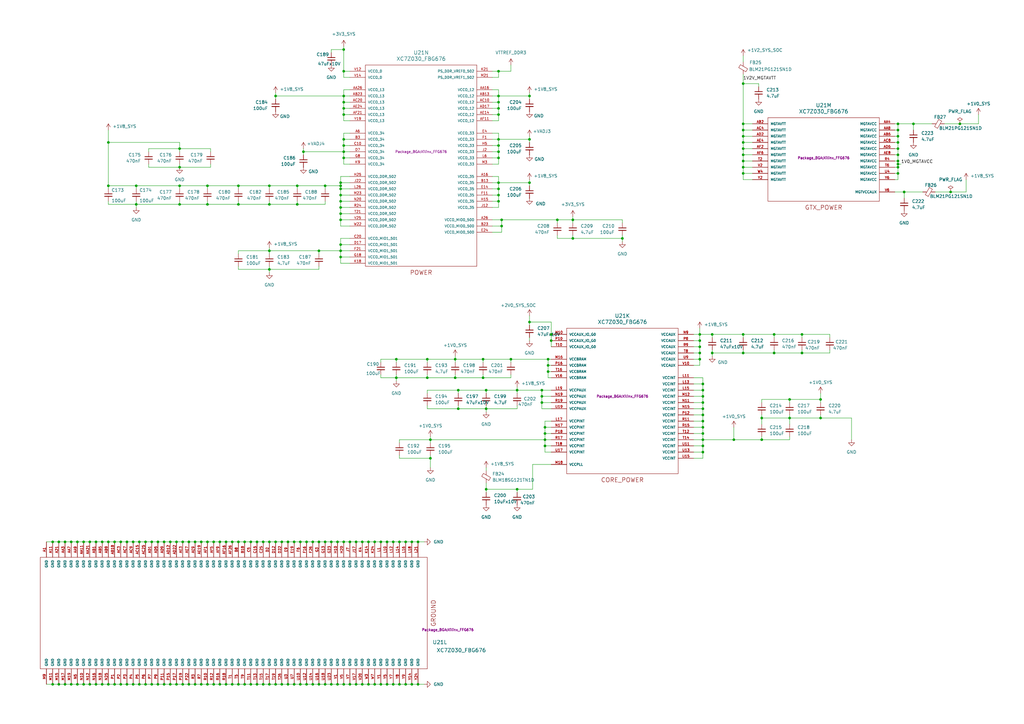
<source format=kicad_sch>
(kicad_sch (version 20250114) (generator "eeschema") (generator_version "9.0")
  (paper "A3")
  (title_block (title "NASR-M") (date "2025-09-22") (rev "D 0.9.4") (company "electrodyssey.net") (comment 1 "SOC bypass capacitors") (comment 2 "(c) Nazim 2025") (comment 3 "Author: Nazim Aghabayov") (comment 4 "SYZYGY Carrier Mainboard") (comment 5 "rel: Fletched Bustard"))
  (lib_symbols
    (symbol "Device:C_Small" (pin_numbers (hide yes)) (pin_names (offset 0.254) (hide yes))
      (property "Reference" "C" (at 0.254 1.778 0))
      (property "Value" "C_Small" (at 0.254 -2.032 0))
      (symbol "C_Small_1_1"
        (pin passive line (at 0 2.54 270) (length 2.032) (name "~") (number "1"))
        (pin passive line (at 0 -2.54 90) (length 2.032) (name "~") (number "2"))
      )
    )
    (symbol "Device:FerriteBead_Small" (pin_numbers (hide yes)) (pin_names (offset 0))
      (property "Reference" "FB" (at 1.905 1.27 0))
      (property "Value" "FerriteBead_Small" (at 1.905 -1.27 0))
      (symbol "FerriteBead_Small_1_1"
        (pin passive line (at 0 2.54 270) (length 1.27) (name "~") (number "1"))
        (pin passive line (at 0 -2.54 90) (length 1.27) (name "~") (number "2"))
      )
    )
    (symbol "GND_1" (power) (pin_numbers (hide yes)) (pin_names (offset 0) (hide yes))
      (property "Value" "GND" (at 0 -3.81 0))
      (symbol "GND_1_1_1"
        (pin power_in line (at 0 0 270) (length 0) (name "~") (number "1"))
      )
    )
    (symbol "GPWR1V0SYS:+1V0SYS" (power) (pin_names (offset 0))
      (property "Value" "+1V0SYS" (at 0 5.334 0))
      (symbol "+1V0SYS_1_1"
        (pin power_in line (at 0 0 90) (length 0) (hide yes) (name "+1V0_SYS") (number "1"))
      )
    )
    (symbol "GPWR1V35SYS:+1V35SYS" (power) (pin_names (offset 0))
      (property "Value" "+1V35SYS" (at 0 5.334 0))
      (symbol "+1V35SYS_1_1"
        (pin power_in line (at 0 0 90) (length 0) (hide yes) (name "+1V35_SYS") (number "1"))
      )
    )
    (symbol "GPWR1V8SYS:+1V8SYS" (power) (pin_names (offset 0))
      (property "Value" "+1V8SYS" (at 0 5.334 0))
      (symbol "+1V8SYS_1_1"
        (pin power_in line (at 0 0 90) (length 0) (hide yes) (name "+1V8_SYS") (number "1"))
      )
    )
    (symbol "GPWR3V3MCU:+3V3MCU" (power) (pin_names (offset 0))
      (property "Value" "+3V3MCU" (at 0 3.556 0))
      (symbol "+3V3MCU_1_1"
        (pin power_in line (at 0 0 90) (length 0) (hide yes) (name "+3V3MCU") (number "1"))
      )
    )
    (symbol "GPWR3V3SYS:+3V3SYS" (power) (pin_names (offset 0))
      (property "Value" "+3V3SYS" (at 0 5.334 0))
      (symbol "+3V3SYS_1_1"
        (pin power_in line (at 0 0 90) (length 0) (hide yes) (name "+3V3_SYS") (number "1"))
      )
    )
    (symbol "GPWRVADJ:+VADJ" (power) (pin_names (offset 0))
      (property "Value" "+VADJ" (at 0 5.334 0))
      (symbol "+VADJ_1_1"
        (pin power_in line (at 0 0 90) (length 0) (hide yes) (name "+VADJ") (number "1"))
      )
    )
    (symbol "XC7Z030_FBG676:XC7Z030_FBG676" (pin_names (offset 1.016))
      (property "Reference" "U" (at 0 2.54 0))
      (property "Value" "XC7Z030_FBG676" (at 0 0 0))
      (symbol "XC7Z030_FBG676_1_0"
        (text "BANK_0" (at 0 -38.1 0) (effects (font (size 1.778 1.778))))
      )
      (symbol "XC7Z030_FBG676_1_1"
        (pin bidirectional line (at -29.21 13.97 0) (length 6.35) (name "INIT_B_0") (number "R8"))
        (pin input line (at -29.21 11.43 0) (length 6.35) (name "PROGRAM_B_0") (number "V9"))
        (pin input line (at 29.21 13.97 180) (length 6.35) (name "CFGBVS_0") (number "T7"))
        (pin bidirectional line (at 29.21 11.43 180) (length 6.35) (name "DONE_0") (number "W9"))
        (pin input line (at 29.21 8.89 180) (length 6.35) (name "DXN_0") (number "R13"))
        (pin input line (at 29.21 6.35 180) (length 6.35) (name "DXP_0") (number "R14"))
        (pin power_in line (at 29.21 3.81 180) (length 6.35) (name "GNDADC_0") (number "M13"))
        (pin power_in line (at 29.21 1.27 180) (length 6.35) (name "RSVDGND") (number "V13"))
        (pin power_in line (at 29.21 -1.27 180) (length 6.35) (name "RSVDVCC1") (number "W8"))
        (pin power_in line (at 29.21 -3.81 180) (length 6.35) (name "RSVDVCC2") (number "V8"))
        (pin power_in line (at 29.21 -6.35 180) (length 6.35) (name "RSVDVCC3") (number "U8"))
        (pin input line (at 29.21 -8.89 180) (length 6.35) (name "TCK_0") (number "W12"))
        (pin input line (at 29.21 -11.43 180) (length 6.35) (name "TDI_0") (number "V11"))
        (pin output line (at 29.21 -13.97 180) (length 6.35) (name "TDO_0") (number "W10"))
        (pin input line (at 29.21 -16.51 180) (length 6.35) (name "TMS_0") (number "W11"))
        (pin power_in line (at 29.21 -19.05 180) (length 6.35) (name "VCCADC_0") (number "M14"))
        (pin power_in line (at 29.21 -21.59 180) (length 6.35) (name "VCCBATT_0") (number "V15"))
        (pin input line (at 29.21 -24.13 180) (length 6.35) (name "VN_0") (number "P13"))
        (pin input line (at 29.21 -26.67 180) (length 6.35) (name "VP_0") (number "N14"))
        (pin input line (at 29.21 -29.21 180) (length 6.35) (name "VREFN_0") (number "N13"))
        (pin input line (at 29.21 -31.75 180) (length 6.35) (name "VREFP_0") (number "P14"))
      )
      (symbol "XC7Z030_FBG676_2_0"
        (text "BANK_12" (at 0 -36.83 0) (effects (font (size 1.778 1.778))))
      )
      (symbol "XC7Z030_FBG676_2_1"
        (pin bidirectional line (at -29.21 33.02 0) (length 6.35) (name "IO_L12N_T1_MRCC_12") (number "AD13"))
        (pin bidirectional line (at -29.21 30.48 0) (length 6.35) (name "IO_L12P_T1_MRCC_12") (number "AC13"))
        (pin bidirectional line (at -29.21 27.94 0) (length 6.35) (name "IO_L13N_T2_MRCC_12") (number "AD14"))
        (pin bidirectional line (at -29.21 25.4 0) (length 6.35) (name "IO_L13P_T2_MRCC_12") (number "AC14"))
        (pin bidirectional line (at -29.21 22.86 0) (length 6.35) (name "IO_L14N_T2_SRCC_12") (number "AB14"))
        (pin bidirectional line (at -29.21 20.32 0) (length 6.35) (name "IO_L14P_T2_SRCC_12") (number "AB15"))
        (pin bidirectional line (at -29.21 17.78 0) (length 6.35) (name "IO_L15N_T2_DQS_12") (number "AD15"))
        (pin bidirectional line (at -29.21 15.24 0) (length 6.35) (name "IO_L15P_T2_DQS_12") (number "AD16"))
        (pin bidirectional line (at -29.21 12.7 0) (length 6.35) (name "IO_L16N_T2_12") (number "AF14"))
        (pin bidirectional line (at -29.21 10.16 0) (length 6.35) (name "IO_L16P_T2_12") (number "AF15"))
        (pin bidirectional line (at -29.21 7.62 0) (length 6.35) (name "IO_L17N_T2_12") (number "AE15"))
        (pin bidirectional line (at -29.21 5.08 0) (length 6.35) (name "IO_L17P_T2_12") (number "AE16"))
        (pin bidirectional line (at -29.21 2.54 0) (length 6.35) (name "IO_L18N_T2_12") (number "AF17"))
        (pin bidirectional line (at -29.21 0 0) (length 6.35) (name "IO_L18P_T2_12") (number "AE17"))
        (pin bidirectional line (at -29.21 -2.54 0) (length 6.35) (name "IO_L19N_T3_VREF_12") (number "AA17"))
        (pin bidirectional line (at -29.21 -5.08 0) (length 6.35) (name "IO_L19P_T3_12") (number "Y17"))
        (pin bidirectional line (at -29.21 -7.62 0) (length 6.35) (name "IO_L20N_T3_12") (number "AB16"))
        (pin bidirectional line (at -29.21 -10.16 0) (length 6.35) (name "IO_L20P_T3_12") (number "AB17"))
        (pin bidirectional line (at -29.21 -12.7 0) (length 6.35) (name "IO_L21N_T3_DQS_12") (number "AC16"))
        (pin bidirectional line (at -29.21 -15.24 0) (length 6.35) (name "IO_L21P_T3_DQS_12") (number "AC17"))
        (pin bidirectional line (at -29.21 -17.78 0) (length 6.35) (name "IO_L22N_T3_12") (number "AA14"))
        (pin bidirectional line (at -29.21 -20.32 0) (length 6.35) (name "IO_L22P_T3_12") (number "AA15"))
        (pin bidirectional line (at -29.21 -22.86 0) (length 6.35) (name "IO_L23N_T3_12") (number "Y15"))
        (pin bidirectional line (at -29.21 -25.4 0) (length 6.35) (name "IO_L23P_T3_12") (number "Y16"))
        (pin bidirectional line (at -29.21 -27.94 0) (length 6.35) (name "IO_L24N_T3_12") (number "W15"))
        (pin bidirectional line (at -29.21 -30.48 0) (length 6.35) (name "IO_L24P_T3_12") (number "W16"))
        (pin bidirectional line (at 29.21 33.02 180) (length 6.35) (name "IO_0_12") (number "W14"))
        (pin bidirectional line (at 29.21 30.48 180) (length 6.35) (name "IO_25_12") (number "W17"))
        (pin bidirectional line (at 29.21 27.94 180) (length 6.35) (name "IO_L1N_T0_12") (number "Y11"))
        (pin bidirectional line (at 29.21 25.4 180) (length 6.35) (name "IO_L1P_T0_12") (number "Y12"))
        (pin bidirectional line (at 29.21 22.86 180) (length 6.35) (name "IO_L2N_T0_12") (number "AC11"))
        (pin bidirectional line (at 29.21 20.32 180) (length 6.35) (name "IO_L2P_T0_12") (number "AB12"))
        (pin bidirectional line (at 29.21 17.78 180) (length 6.35) (name "IO_L3N_T0_DQS_12") (number "AA10"))
        (pin bidirectional line (at 29.21 15.24 180) (length 6.35) (name "IO_L3P_T0_DQS_12") (number "Y10"))
        (pin bidirectional line (at 29.21 12.7 180) (length 6.35) (name "IO_L4N_T0_12") (number "AB10"))
        (pin bidirectional line (at 29.21 10.16 180) (length 6.35) (name "IO_L4P_T0_12") (number "AB11"))
        (pin bidirectional line (at 29.21 7.62 180) (length 6.35) (name "IO_L5N_T0_12") (number "Y13"))
        (pin bidirectional line (at 29.21 5.08 180) (length 6.35) (name "IO_L5P_T0_12") (number "W13"))
        (pin bidirectional line (at 29.21 2.54 180) (length 6.35) (name "IO_L6N_T0_VREF_12") (number "AA12"))
        (pin bidirectional line (at 29.21 0 180) (length 6.35) (name "IO_L6P_T0_12") (number "AA13"))
        (pin bidirectional line (at 29.21 -2.54 180) (length 6.35) (name "IO_L7N_T1_12") (number "AD10"))
        (pin bidirectional line (at 29.21 -5.08 180) (length 6.35) (name "IO_L7P_T1_12") (number "AE10"))
        (pin bidirectional line (at 29.21 -7.62 180) (length 6.35) (name "IO_L8N_T1_12") (number "AF12"))
        (pin bidirectional line (at 29.21 -10.16 180) (length 6.35) (name "IO_L8P_T1_12") (number "AE12"))
        (pin bidirectional line (at 29.21 -12.7 180) (length 6.35) (name "IO_L9N_T1_DQS_12") (number "AF10"))
        (pin bidirectional line (at 29.21 -15.24 180) (length 6.35) (name "IO_L9P_T1_DQS_12") (number "AE11"))
        (pin bidirectional line (at 29.21 -17.78 180) (length 6.35) (name "IO_L10N_T1_12") (number "AF13"))
        (pin bidirectional line (at 29.21 -20.32 180) (length 6.35) (name "IO_L10P_T1_12") (number "AE13"))
        (pin bidirectional line (at 29.21 -22.86 180) (length 6.35) (name "IO_L11N_T1_SRCC_12") (number "AD11"))
        (pin bidirectional line (at 29.21 -25.4 180) (length 6.35) (name "IO_L11P_T1_SRCC_12") (number "AC12"))
      )
      (symbol "XC7Z030_FBG676_3_0"
        (text "BANK_13" (at 0 -36.83 0) (effects (font (size 1.778 1.778))))
      )
      (symbol "XC7Z030_FBG676_3_1"
        (pin bidirectional line (at -29.21 33.02 0) (length 6.35) (name "IO_L12N_T1_MRCC_13") (number "AC24"))
        (pin bidirectional line (at -29.21 30.48 0) (length 6.35) (name "IO_L12P_T1_MRCC_13") (number "AC23"))
        (pin bidirectional line (at -29.21 27.94 0) (length 6.35) (name "IO_L13N_T2_MRCC_13") (number "AD21"))
        (pin bidirectional line (at -29.21 25.4 0) (length 6.35) (name "IO_L13P_T2_MRCC_13") (number "AD20"))
        (pin bidirectional line (at -29.21 22.86 0) (length 6.35) (name "IO_L14N_T2_SRCC_13") (number "AC22"))
        (pin bidirectional line (at -29.21 20.32 0) (length 6.35) (name "IO_L14P_T2_SRCC_13") (number "AC21"))
        (pin bidirectional line (at -29.21 17.78 0) (length 6.35) (name "IO_L15N_T2_DQS_13") (number "AF20"))
        (pin bidirectional line (at -29.21 15.24 0) (length 6.35) (name "IO_L15P_T2_DQS_13") (number "AF19"))
        (pin bidirectional line (at -29.21 12.7 0) (length 6.35) (name "IO_L16N_T2_13") (number "AE21"))
        (pin bidirectional line (at -29.21 10.16 0) (length 6.35) (name "IO_L16P_T2_13") (number "AE20"))
        (pin bidirectional line (at -29.21 7.62 0) (length 6.35) (name "IO_L17N_T2_13") (number "AD19"))
        (pin bidirectional line (at -29.21 5.08 0) (length 6.35) (name "IO_L17P_T2_13") (number "AD18"))
        (pin bidirectional line (at -29.21 2.54 0) (length 6.35) (name "IO_L18N_T2_13") (number "AF18"))
        (pin bidirectional line (at -29.21 0 0) (length 6.35) (name "IO_L18P_T2_13") (number "AE18"))
        (pin bidirectional line (at -29.21 -2.54 0) (length 6.35) (name "IO_L19N_T3_VREF_13") (number "Y20"))
        (pin bidirectional line (at -29.21 -5.08 0) (length 6.35) (name "IO_L19P_T3_13") (number "W20"))
        (pin bidirectional line (at -29.21 -7.62 0) (length 6.35) (name "IO_L20N_T3_13") (number "AB20"))
        (pin bidirectional line (at -29.21 -10.16 0) (length 6.35) (name "IO_L20P_T3_13") (number "AA20"))
        (pin bidirectional line (at -29.21 -12.7 0) (length 6.35) (name "IO_L21N_T3_DQS_13") (number "AC19"))
        (pin bidirectional line (at -29.21 -15.24 0) (length 6.35) (name "IO_L21P_T3_DQS_13") (number "AC18"))
        (pin bidirectional line (at -29.21 -17.78 0) (length 6.35) (name "IO_L22N_T3_13") (number "AB19"))
        (pin bidirectional line (at -29.21 -20.32 0) (length 6.35) (name "IO_L22P_T3_13") (number "AA19"))
        (pin bidirectional line (at -29.21 -22.86 0) (length 6.35) (name "IO_L23N_T3_13") (number "W19"))
        (pin bidirectional line (at -29.21 -25.4 0) (length 6.35) (name "IO_L23P_T3_13") (number "W18"))
        (pin bidirectional line (at -29.21 -27.94 0) (length 6.35) (name "IO_L24N_T3_13") (number "AA18"))
        (pin bidirectional line (at -29.21 -30.48 0) (length 6.35) (name "IO_L24P_T3_13") (number "Y18"))
        (pin bidirectional line (at 29.21 33.02 180) (length 6.35) (name "IO_0_13") (number "V19"))
        (pin bidirectional line (at 29.21 30.48 180) (length 6.35) (name "IO_25_13") (number "V18"))
        (pin bidirectional line (at 29.21 27.94 180) (length 6.35) (name "IO_L1N_T0_13") (number "AB25"))
        (pin bidirectional line (at 29.21 25.4 180) (length 6.35) (name "IO_L1P_T0_13") (number "AA25"))
        (pin bidirectional line (at 29.21 22.86 180) (length 6.35) (name "IO_L2N_T0_13") (number "AC26"))
        (pin bidirectional line (at 29.21 20.32 180) (length 6.35) (name "IO_L2P_T0_13") (number "AB26"))
        (pin bidirectional line (at 29.21 17.78 180) (length 6.35) (name "IO_L3N_T0_DQS_13") (number "AE26"))
        (pin bidirectional line (at 29.21 15.24 180) (length 6.35) (name "IO_L3P_T0_DQS_13") (number "AE25"))
        (pin bidirectional line (at 29.21 12.7 180) (length 6.35) (name "IO_L4N_T0_13") (number "AD26"))
        (pin bidirectional line (at 29.21 10.16 180) (length 6.35) (name "IO_L4P_T0_13") (number "AD25"))
        (pin bidirectional line (at 29.21 7.62 180) (length 6.35) (name "IO_L5N_T0_13") (number "AF25"))
        (pin bidirectional line (at 29.21 5.08 180) (length 6.35) (name "IO_L5P_T0_13") (number "AF24"))
        (pin bidirectional line (at 29.21 2.54 180) (length 6.35) (name "IO_L6N_T0_VREF_13") (number "AB24"))
        (pin bidirectional line (at 29.21 0 180) (length 6.35) (name "IO_L6P_T0_13") (number "AA24"))
        (pin bidirectional line (at 29.21 -2.54 180) (length 6.35) (name "IO_L7N_T1_13") (number "AF22"))
        (pin bidirectional line (at 29.21 -5.08 180) (length 6.35) (name "IO_L7P_T1_13") (number "AE22"))
        (pin bidirectional line (at 29.21 -7.62 180) (length 6.35) (name "IO_L8N_T1_13") (number "AF23"))
        (pin bidirectional line (at 29.21 -10.16 180) (length 6.35) (name "IO_L8P_T1_13") (number "AE23"))
        (pin bidirectional line (at 29.21 -12.7 180) (length 6.35) (name "IO_L9N_T1_DQS_13") (number "AB22"))
        (pin bidirectional line (at 29.21 -15.24 180) (length 6.35) (name "IO_L9P_T1_DQS_13") (number "AB21"))
        (pin bidirectional line (at 29.21 -17.78 180) (length 6.35) (name "IO_L10N_T1_13") (number "AA23"))
        (pin bidirectional line (at 29.21 -20.32 180) (length 6.35) (name "IO_L10P_T1_13") (number "AA22"))
        (pin bidirectional line (at 29.21 -22.86 180) (length 6.35) (name "IO_L11N_T1_SRCC_13") (number "AD24"))
        (pin bidirectional line (at 29.21 -25.4 180) (length 6.35) (name "IO_L11P_T1_SRCC_13") (number "AD23"))
      )
      (symbol "XC7Z030_FBG676_4_0"
        (text "BANK_33" (at 0 -36.83 0) (effects (font (size 1.778 1.778))))
      )
      (symbol "XC7Z030_FBG676_4_1"
        (pin bidirectional line (at -29.21 33.02 0) (length 6.35) (name "IO_L12N_T1_MRCC_33") (number "J3"))
        (pin bidirectional line (at -29.21 30.48 0) (length 6.35) (name "IO_L12P_T1_MRCC_33") (number "J4"))
        (pin bidirectional line (at -29.21 27.94 0) (length 6.35) (name "IO_L13N_T2_MRCC_33") (number "M5"))
        (pin bidirectional line (at -29.21 25.4 0) (length 6.35) (name "IO_L13P_T2_MRCC_33") (number "M6"))
        (pin bidirectional line (at -29.21 22.86 0) (length 6.35) (name "IO_L14N_T2_SRCC_33") (number "L4"))
        (pin bidirectional line (at -29.21 20.32 0) (length 6.35) (name "IO_L14P_T2_SRCC_33") (number "L5"))
        (pin bidirectional line (at -29.21 17.78 0) (length 6.35) (name "IO_L15N_T2_DQS_33") (number "N2"))
        (pin bidirectional line (at -29.21 15.24 0) (length 6.35) (name "IO_L15P_T2_DQS_33") (number "N3"))
        (pin bidirectional line (at -29.21 12.7 0) (length 6.35) (name "IO_L16N_T2_33") (number "L2"))
        (pin bidirectional line (at -29.21 10.16 0) (length 6.35) (name "IO_L16P_T2_33") (number "M2"))
        (pin bidirectional line (at -29.21 7.62 0) (length 6.35) (name "IO_L17N_T2_33") (number "M4"))
        (pin bidirectional line (at -29.21 5.08 0) (length 6.35) (name "IO_L17P_T2_33") (number "N4"))
        (pin bidirectional line (at -29.21 2.54 0) (length 6.35) (name "IO_L18N_T2_33") (number "M1"))
        (pin bidirectional line (at -29.21 0 0) (length 6.35) (name "IO_L18P_T2_33") (number "N1"))
        (pin bidirectional line (at -29.21 -2.54 0) (length 6.35) (name "IO_L19N_T3_VREF_33") (number "L7"))
        (pin bidirectional line (at -29.21 -5.08 0) (length 6.35) (name "IO_L19P_T3_33") (number "M7"))
        (pin bidirectional line (at -29.21 -7.62 0) (length 6.35) (name "IO_L20N_T3_33") (number "J5"))
        (pin bidirectional line (at -29.21 -10.16 0) (length 6.35) (name "IO_L20P_T3_33") (number "K5"))
        (pin bidirectional line (at -29.21 -12.7 0) (length 6.35) (name "IO_L21N_T3_DQS_33") (number "L8"))
        (pin bidirectional line (at -29.21 -15.24 0) (length 6.35) (name "IO_L21P_T3_DQS_33") (number "M8"))
        (pin bidirectional line (at -29.21 -17.78 0) (length 6.35) (name "IO_L22N_T3_33") (number "J6"))
        (pin bidirectional line (at -29.21 -20.32 0) (length 6.35) (name "IO_L22P_T3_33") (number "K6"))
        (pin bidirectional line (at -29.21 -22.86 0) (length 6.35) (name "IO_L23N_T3_33") (number "N6"))
        (pin bidirectional line (at -29.21 -25.4 0) (length 6.35) (name "IO_L23P_T3_33") (number "N7"))
        (pin bidirectional line (at -29.21 -27.94 0) (length 6.35) (name "IO_L24N_T3_33") (number "K7"))
        (pin bidirectional line (at -29.21 -30.48 0) (length 6.35) (name "IO_L24P_T3_33") (number "K8"))
        (pin bidirectional line (at 29.21 33.02 180) (length 6.35) (name "IO_0_VRN_33") (number "L9"))
        (pin bidirectional line (at 29.21 30.48 180) (length 6.35) (name "IO_25_VRP_33") (number "N8"))
        (pin bidirectional line (at 29.21 27.94 180) (length 6.35) (name "IO_L1N_T0_33") (number "F4"))
        (pin bidirectional line (at 29.21 25.4 180) (length 6.35) (name "IO_L1P_T0_33") (number "G4"))
        (pin bidirectional line (at 29.21 22.86 180) (length 6.35) (name "IO_L2N_T0_33") (number "D3"))
        (pin bidirectional line (at 29.21 20.32 180) (length 6.35) (name "IO_L2P_T0_33") (number "D4"))
        (pin bidirectional line (at 29.21 17.78 180) (length 6.35) (name "IO_L3N_T0_DQS_33") (number "F2"))
        (pin bidirectional line (at 29.21 15.24 180) (length 6.35) (name "IO_L3P_T0_DQS_33") (number "G2"))
        (pin bidirectional line (at 29.21 12.7 180) (length 6.35) (name "IO_L4N_T0_33") (number "C1"))
        (pin bidirectional line (at 29.21 10.16 180) (length 6.35) (name "IO_L4P_T0_33") (number "D1"))
        (pin bidirectional line (at 29.21 7.62 180) (length 6.35) (name "IO_L5N_T0_33") (number "E1"))
        (pin bidirectional line (at 29.21 5.08 180) (length 6.35) (name "IO_L5P_T0_33") (number "E2"))
        (pin bidirectional line (at 29.21 2.54 180) (length 6.35) (name "IO_L6N_T0_VREF_33") (number "E3"))
        (pin bidirectional line (at 29.21 0 180) (length 6.35) (name "IO_L6P_T0_33") (number "F3"))
        (pin bidirectional line (at 29.21 -2.54 180) (length 6.35) (name "IO_L7N_T1_33") (number "H1"))
        (pin bidirectional line (at 29.21 -5.08 180) (length 6.35) (name "IO_L7P_T1_33") (number "J1"))
        (pin bidirectional line (at 29.21 -7.62 180) (length 6.35) (name "IO_L8N_T1_33") (number "H3"))
        (pin bidirectional line (at 29.21 -10.16 180) (length 6.35) (name "IO_L8P_T1_33") (number "H4"))
        (pin bidirectional line (at 29.21 -12.7 180) (length 6.35) (name "IO_L9N_T1_DQS_33") (number "K1"))
        (pin bidirectional line (at 29.21 -15.24 180) (length 6.35) (name "IO_L9P_T1_DQS_33") (number "K2"))
        (pin bidirectional line (at 29.21 -17.78 180) (length 6.35) (name "IO_L10N_T1_33") (number "G1"))
        (pin bidirectional line (at 29.21 -20.32 180) (length 6.35) (name "IO_L10P_T1_33") (number "H2"))
        (pin bidirectional line (at 29.21 -22.86 180) (length 6.35) (name "IO_L11N_T1_SRCC_33") (number "K3"))
        (pin bidirectional line (at 29.21 -25.4 180) (length 6.35) (name "IO_L11P_T1_SRCC_33") (number "L3"))
      )
      (symbol "XC7Z030_FBG676_5_0"
        (text "BANK_34" (at 0 -39.37 0) (effects (font (size 1.778 1.778))))
      )
      (symbol "XC7Z030_FBG676_5_1"
        (pin bidirectional line (at -29.21 33.02 0) (length 6.35) (name "IO_L3P_T0_DQS_PUDC_B_34") (number "H9"))
        (pin bidirectional line (at -29.21 30.48 0) (length 6.35) (name "IO_L12N_T1_MRCC_34") (number "F7"))
        (pin bidirectional line (at -29.21 27.94 0) (length 6.35) (name "IO_L12P_T1_MRCC_34") (number "G7"))
        (pin bidirectional line (at -29.21 25.4 0) (length 6.35) (name "IO_L13N_T2_MRCC_34") (number "C7"))
        (pin bidirectional line (at -29.21 22.86 0) (length 6.35) (name "IO_L13P_T2_MRCC_34") (number "C8"))
        (pin bidirectional line (at -29.21 20.32 0) (length 6.35) (name "IO_L14N_T2_SRCC_34") (number "C6"))
        (pin bidirectional line (at -29.21 17.78 0) (length 6.35) (name "IO_L14P_T2_SRCC_34") (number "D6"))
        (pin bidirectional line (at -29.21 15.24 0) (length 6.35) (name "IO_L15N_T2_DQS_34") (number "B9"))
        (pin bidirectional line (at -29.21 12.7 0) (length 6.35) (name "IO_L15P_T2_DQS_34") (number "C9"))
        (pin bidirectional line (at -29.21 10.16 0) (length 6.35) (name "IO_L16N_T2_34") (number "A10"))
        (pin bidirectional line (at -29.21 7.62 0) (length 6.35) (name "IO_L16P_T2_34") (number "B10"))
        (pin bidirectional line (at -29.21 5.08 0) (length 6.35) (name "IO_L17N_T2_34") (number "A8"))
        (pin bidirectional line (at -29.21 2.54 0) (length 6.35) (name "IO_L17P_T2_34") (number "A9"))
        (pin bidirectional line (at -29.21 0 0) (length 6.35) (name "IO_L18N_T2_34") (number "A7"))
        (pin bidirectional line (at -29.21 -2.54 0) (length 6.35) (name "IO_L18P_T2_34") (number "B7"))
        (pin bidirectional line (at -29.21 -5.08 0) (length 6.35) (name "IO_L19N_T3_VREF_34") (number "C3"))
        (pin bidirectional line (at -29.21 -7.62 0) (length 6.35) (name "IO_L19P_T3_34") (number "C4"))
        (pin bidirectional line (at -29.21 -10.16 0) (length 6.35) (name "IO_L20N_T3_34") (number "B4"))
        (pin bidirectional line (at -29.21 -12.7 0) (length 6.35) (name "IO_L20P_T3_34") (number "B5"))
        (pin bidirectional line (at -29.21 -15.24 0) (length 6.35) (name "IO_L21N_T3_DQS_34") (number "A5"))
        (pin bidirectional line (at -29.21 -17.78 0) (length 6.35) (name "IO_L21P_T3_DQS_34") (number "B6"))
        (pin bidirectional line (at -29.21 -20.32 0) (length 6.35) (name "IO_L22N_T3_34") (number "A3"))
        (pin bidirectional line (at -29.21 -22.86 0) (length 6.35) (name "IO_L22P_T3_34") (number "A4"))
        (pin bidirectional line (at -29.21 -25.4 0) (length 6.35) (name "IO_L23N_T3_34") (number "B1"))
        (pin bidirectional line (at -29.21 -27.94 0) (length 6.35) (name "IO_L23P_T3_34") (number "C2"))
        (pin bidirectional line (at -29.21 -30.48 0) (length 6.35) (name "IO_L24N_T3_34") (number "A2"))
        (pin bidirectional line (at -29.21 -33.02 0) (length 6.35) (name "IO_L24P_T3_34") (number "B2"))
        (pin bidirectional line (at 29.21 33.02 180) (length 6.35) (name "IO_0_VRN_34") (number "K11"))
        (pin bidirectional line (at 29.21 30.48 180) (length 6.35) (name "IO_25_VRP_34") (number "K10"))
        (pin bidirectional line (at 29.21 27.94 180) (length 6.35) (name "IO_L1N_T0_34") (number "H11"))
        (pin bidirectional line (at 29.21 25.4 180) (length 6.35) (name "IO_L1P_T0_34") (number "J11"))
        (pin bidirectional line (at 29.21 22.86 180) (length 6.35) (name "IO_L2N_T0_34") (number "G5"))
        (pin bidirectional line (at 29.21 20.32 180) (length 6.35) (name "IO_L2P_T0_34") (number "G6"))
        (pin bidirectional line (at 29.21 17.78 180) (length 6.35) (name "IO_L3N_T0_DQS_34") (number "G9"))
        (pin bidirectional line (at 29.21 15.24 180) (length 6.35) (name "IO_L4N_T0_34") (number "H6"))
        (pin bidirectional line (at 29.21 12.7 180) (length 6.35) (name "IO_L4P_T0_34") (number "H7"))
        (pin bidirectional line (at 29.21 10.16 180) (length 6.35) (name "IO_L5N_T0_34") (number "J9"))
        (pin bidirectional line (at 29.21 7.62 180) (length 6.35) (name "IO_L5P_T0_34") (number "J10"))
        (pin bidirectional line (at 29.21 5.08 180) (length 6.35) (name "IO_L6N_T0_VREF_34") (number "H8"))
        (pin bidirectional line (at 29.21 2.54 180) (length 6.35) (name "IO_L6P_T0_34") (number "J8"))
        (pin bidirectional line (at 29.21 0 180) (length 6.35) (name "IO_L7N_T1_34") (number "E5"))
        (pin bidirectional line (at 29.21 -2.54 180) (length 6.35) (name "IO_L7P_T1_34") (number "F5"))
        (pin bidirectional line (at 29.21 -5.08 180) (length 6.35) (name "IO_L8N_T1_34") (number "D8"))
        (pin bidirectional line (at 29.21 -7.62 180) (length 6.35) (name "IO_L8P_T1_34") (number "D9"))
        (pin bidirectional line (at 29.21 -10.16 180) (length 6.35) (name "IO_L9N_T1_DQS_34") (number "E8"))
        (pin bidirectional line (at 29.21 -12.7 180) (length 6.35) (name "IO_L9P_T1_DQS_34") (number "F9"))
        (pin bidirectional line (at 29.21 -15.24 180) (length 6.35) (name "IO_L10N_T1_34") (number "D5"))
        (pin bidirectional line (at 29.21 -17.78 180) (length 6.35) (name "IO_L10P_T1_34") (number "E6"))
        (pin bidirectional line (at 29.21 -20.32 180) (length 6.35) (name "IO_L11N_T1_SRCC_34") (number "E7"))
        (pin bidirectional line (at 29.21 -22.86 180) (length 6.35) (name "IO_L11P_T1_SRCC_34") (number "F8"))
      )
      (symbol "XC7Z030_FBG676_6_0"
        (text "BANK_35" (at 0 -36.83 0) (effects (font (size 1.778 1.778))))
      )
      (symbol "XC7Z030_FBG676_6_1"
        (pin bidirectional line (at -29.21 33.02 0) (length 6.35) (name "IO_L12N_T1_MRCC_35") (number "H14"))
        (pin bidirectional line (at -29.21 30.48 0) (length 6.35) (name "IO_L12P_T1_MRCC_35") (number "J14"))
        (pin bidirectional line (at -29.21 27.94 0) (length 6.35) (name "IO_L13N_T2_MRCC_35") (number "D14"))
        (pin bidirectional line (at -29.21 25.4 0) (length 6.35) (name "IO_L13P_T2_MRCC_35") (number "D15"))
        (pin bidirectional line (at -29.21 22.86 0) (length 6.35) (name "IO_L14N_T2_AD4N_SRCC_35") (number "E15"))
        (pin bidirectional line (at -29.21 20.32 0) (length 6.35) (name "IO_L14P_T2_AD4P_SRCC_35") (number "F15"))
        (pin bidirectional line (at -29.21 17.78 0) (length 6.35) (name "IO_L15N_T2_DQS_AD12N_35") (number "C16"))
        (pin bidirectional line (at -29.21 15.24 0) (length 6.35) (name "IO_L15P_T2_DQS_AD12P_35") (number "C17"))
        (pin bidirectional line (at -29.21 12.7 0) (length 6.35) (name "IO_L16N_T2_35") (number "D16"))
        (pin bidirectional line (at -29.21 10.16 0) (length 6.35) (name "IO_L16P_T2_35") (number "E16"))
        (pin bidirectional line (at -29.21 7.62 0) (length 6.35) (name "IO_L17N_T2_AD5N_35") (number "B15"))
        (pin bidirectional line (at -29.21 5.08 0) (length 6.35) (name "IO_L17P_T2_AD5P_35") (number "B16"))
        (pin bidirectional line (at -29.21 2.54 0) (length 6.35) (name "IO_L18N_T2_AD13N_35") (number "A17"))
        (pin bidirectional line (at -29.21 0 0) (length 6.35) (name "IO_L18P_T2_AD13P_35") (number "B17"))
        (pin bidirectional line (at -29.21 -2.54 0) (length 6.35) (name "IO_L19N_T3_VREF_35") (number "C13"))
        (pin bidirectional line (at -29.21 -5.08 0) (length 6.35) (name "IO_L19P_T3_35") (number "D13"))
        (pin bidirectional line (at -29.21 -7.62 0) (length 6.35) (name "IO_L20N_T3_AD6N_35") (number "B14"))
        (pin bidirectional line (at -29.21 -10.16 0) (length 6.35) (name "IO_L20P_T3_AD6P_35") (number "C14"))
        (pin bidirectional line (at -29.21 -12.7 0) (length 6.35) (name "IO_L21N_T3_DQS_AD14N_35") (number "A14"))
        (pin bidirectional line (at -29.21 -15.24 0) (length 6.35) (name "IO_L21P_T3_DQS_AD14P_35") (number "A15"))
        (pin bidirectional line (at -29.21 -17.78 0) (length 6.35) (name "IO_L22N_T3_AD7N_35") (number "B12"))
        (pin bidirectional line (at -29.21 -20.32 0) (length 6.35) (name "IO_L22P_T3_AD7P_35") (number "C12"))
        (pin bidirectional line (at -29.21 -22.86 0) (length 6.35) (name "IO_L23N_T3_35") (number "B11"))
        (pin bidirectional line (at -29.21 -25.4 0) (length 6.35) (name "IO_L23P_T3_35") (number "C11"))
        (pin bidirectional line (at -29.21 -27.94 0) (length 6.35) (name "IO_L24N_T3_AD15N_35") (number "A12"))
        (pin bidirectional line (at -29.21 -30.48 0) (length 6.35) (name "IO_L24P_T3_AD15P_35") (number "A13"))
        (pin bidirectional line (at 29.21 33.02 180) (length 6.35) (name "IO_0_VRN_35") (number "H16"))
        (pin bidirectional line (at 29.21 30.48 180) (length 6.35) (name "IO_25_VRP_35") (number "K12"))
        (pin bidirectional line (at 29.21 27.94 180) (length 6.35) (name "IO_L1N_T0_AD0N_35") (number "E12"))
        (pin bidirectional line (at 29.21 25.4 180) (length 6.35) (name "IO_L1P_T0_AD0P_35") (number "F12"))
        (pin bidirectional line (at 29.21 22.86 180) (length 6.35) (name "IO_L2N_T0_AD8N_35") (number "D10"))
        (pin bidirectional line (at 29.21 20.32 180) (length 6.35) (name "IO_L2P_T0_AD8P_35") (number "E10"))
        (pin bidirectional line (at 29.21 17.78 180) (length 6.35) (name "IO_L3N_T0_DQS_AD1N_35") (number "F10"))
        (pin bidirectional line (at 29.21 15.24 180) (length 6.35) (name "IO_L3P_T0_DQS_AD1P_35") (number "G10"))
        (pin bidirectional line (at 29.21 12.7 180) (length 6.35) (name "IO_L4N_T0_35") (number "D11"))
        (pin bidirectional line (at 29.21 10.16 180) (length 6.35) (name "IO_L4P_T0_35") (number "E11"))
        (pin bidirectional line (at 29.21 7.62 180) (length 6.35) (name "IO_L5N_T0_AD9N_35") (number "G11"))
        (pin bidirectional line (at 29.21 5.08 180) (length 6.35) (name "IO_L5P_T0_AD9P_35") (number "G12"))
        (pin bidirectional line (at 29.21 2.54 180) (length 6.35) (name "IO_L6N_T0_VREF_35") (number "E13"))
        (pin bidirectional line (at 29.21 0 180) (length 6.35) (name "IO_L6P_T0_35") (number "F13"))
        (pin bidirectional line (at 29.21 -2.54 180) (length 6.35) (name "IO_L7N_T1_AD2N_35") (number "H12"))
        (pin bidirectional line (at 29.21 -5.08 180) (length 6.35) (name "IO_L7P_T1_AD2P_35") (number "H13"))
        (pin bidirectional line (at 29.21 -7.62 180) (length 6.35) (name "IO_L8N_T1_AD10N_35") (number "J13"))
        (pin bidirectional line (at 29.21 -10.16 180) (length 6.35) (name "IO_L8P_T1_AD10P_35") (number "K13"))
        (pin bidirectional line (at 29.21 -12.7 180) (length 6.35) (name "IO_L9N_T1_DQS_AD3N_35") (number "J15"))
        (pin bidirectional line (at 29.21 -15.24 180) (length 6.35) (name "IO_L9P_T1_DQS_AD3P_35") (number "K15"))
        (pin bidirectional line (at 29.21 -17.78 180) (length 6.35) (name "IO_L10N_T1_AD11N_35") (number "G15"))
        (pin bidirectional line (at 29.21 -20.32 180) (length 6.35) (name "IO_L10P_T1_AD11P_35") (number "G16"))
        (pin bidirectional line (at 29.21 -22.86 180) (length 6.35) (name "IO_L11N_T1_SRCC_35") (number "F14"))
        (pin bidirectional line (at 29.21 -25.4 180) (length 6.35) (name "IO_L11P_T1_SRCC_35") (number "G14"))
      )
      (symbol "XC7Z030_FBG676_7_0"
        (text "BANK_112" (at 0 -31.75 0) (effects (font (size 1.778 1.778))))
      )
      (symbol "XC7Z030_FBG676_7_1"
        (pin input line (at -29.21 15.24 0) (length 6.35) (name "MGTXRXN0_112") (number "AB3"))
        (pin input line (at -29.21 12.7 0) (length 6.35) (name "MGTXRXP0_112") (number "AB4"))
        (pin input line (at -29.21 7.62 0) (length 6.35) (name "MGTXRXN1_112") (number "Y3"))
        (pin input line (at -29.21 5.08 0) (length 6.35) (name "MGTXRXP1_112") (number "Y4"))
        (pin input line (at -29.21 0 0) (length 6.35) (name "MGTXRXN2_112") (number "V3"))
        (pin input line (at -29.21 -2.54 0) (length 6.35) (name "MGTXRXP2_112") (number "V4"))
        (pin input line (at -29.21 -7.62 0) (length 6.35) (name "MGTXRXN3_112") (number "T3"))
        (pin input line (at -29.21 -10.16 0) (length 6.35) (name "MGTXRXP3_112") (number "T4"))
        (pin input line (at -29.21 -15.24 0) (length 6.35) (name "MGTREFCLK0N_112") (number "R5"))
        (pin input line (at -29.21 -17.78 0) (length 6.35) (name "MGTREFCLK0P_112") (number "R6"))
        (pin input line (at 29.21 15.24 180) (length 6.35) (name "MGTAVTTRCAL_112") (number "AB7"))
        (pin input line (at 29.21 12.7 180) (length 6.35) (name "MGTRREF_112") (number "AB8"))
        (pin output line (at 29.21 7.62 180) (length 6.35) (name "MGTXTXN0_112") (number "AA1"))
        (pin output line (at 29.21 5.08 180) (length 6.35) (name "MGTXTXP0_112") (number "AA2"))
        (pin output line (at 29.21 0 180) (length 6.35) (name "MGTXTXN1_112") (number "W1"))
        (pin output line (at 29.21 -2.54 180) (length 6.35) (name "MGTXTXP1_112") (number "W2"))
        (pin output line (at 29.21 -7.62 180) (length 6.35) (name "MGTXTXN2_112") (number "U1"))
        (pin output line (at 29.21 -10.16 180) (length 6.35) (name "MGTXTXP2_112") (number "U2"))
        (pin output line (at 29.21 -15.24 180) (length 6.35) (name "MGTXTXN3_112") (number "R1"))
        (pin output line (at 29.21 -17.78 180) (length 6.35) (name "MGTXTXP3_112") (number "R2"))
        (pin input line (at 29.21 -22.86 180) (length 6.35) (name "MGTREFCLK1N_112") (number "U5"))
        (pin input line (at 29.21 -25.4 180) (length 6.35) (name "MGTREFCLK1P_112") (number "U6"))
      )
      (symbol "XC7Z030_FBG676_8_0"
        (text "BANK_500" (at 0 -16.51 0) (effects (font (size 1.778 1.778))))
      )
      (symbol "XC7Z030_FBG676_8_1"
        (pin input line (at -29.21 12.7 0) (length 6.35) (name "PS_CLK_500") (number "B24"))
        (pin bidirectional line (at -29.21 10.16 0) (length 6.35) (name "PS_MIO9_500") (number "D24"))
        (pin bidirectional line (at -29.21 7.62 0) (length 6.35) (name "PS_MIO10_500") (number "A25"))
        (pin bidirectional line (at -29.21 5.08 0) (length 6.35) (name "PS_MIO11_500") (number "B26"))
        (pin bidirectional line (at -29.21 2.54 0) (length 6.35) (name "PS_MIO12_500") (number "A23"))
        (pin bidirectional line (at -29.21 0 0) (length 6.35) (name "PS_MIO13_500") (number "B25"))
        (pin bidirectional line (at -29.21 -2.54 0) (length 6.35) (name "PS_MIO14_500") (number "D23"))
        (pin bidirectional line (at -29.21 -5.08 0) (length 6.35) (name "PS_MIO15_500") (number "C24"))
        (pin input line (at -29.21 -10.16 0) (length 6.35) (name "PS_POR_B_500") (number "C23"))
        (pin bidirectional line (at 29.21 12.7 180) (length 6.35) (name "PS_MIO0_500") (number "E26"))
        (pin bidirectional line (at 29.21 10.16 180) (length 6.35) (name "PS_MIO1_500") (number "D26"))
        (pin bidirectional line (at 29.21 7.62 180) (length 6.35) (name "PS_MIO2_500") (number "E25"))
        (pin bidirectional line (at 29.21 5.08 180) (length 6.35) (name "PS_MIO3_500") (number "D25"))
        (pin bidirectional line (at 29.21 2.54 180) (length 6.35) (name "PS_MIO4_500") (number "F24"))
        (pin bidirectional line (at 29.21 0 180) (length 6.35) (name "PS_MIO5_500") (number "C26"))
        (pin bidirectional line (at 29.21 -2.54 180) (length 6.35) (name "PS_MIO6_500") (number "F23"))
        (pin bidirectional line (at 29.21 -5.08 180) (length 6.35) (name "PS_MIO7_500") (number "E23"))
        (pin bidirectional line (at 29.21 -7.62 180) (length 6.35) (name "PS_MIO8_500") (number "A24"))
      )
      (symbol "XC7Z030_FBG676_9_0"
        (text "BANK_501" (at 0 -30.48 0) (effects (font (size 1.778 1.778))))
      )
      (symbol "XC7Z030_FBG676_9_1"
        (pin bidirectional line (at -29.21 26.67 0) (length 6.35) (name "PS_MIO35_501") (number "D19"))
        (pin bidirectional line (at -29.21 24.13 0) (length 6.35) (name "PS_MIO36_501") (number "K16"))
        (pin bidirectional line (at -29.21 21.59 0) (length 6.35) (name "PS_MIO37_501") (number "D20"))
        (pin bidirectional line (at -29.21 19.05 0) (length 6.35) (name "PS_MIO38_501") (number "D21"))
        (pin bidirectional line (at -29.21 16.51 0) (length 6.35) (name "PS_MIO39_501") (number "C21"))
        (pin bidirectional line (at -29.21 13.97 0) (length 6.35) (name "PS_MIO40_501") (number "C22"))
        (pin bidirectional line (at -29.21 11.43 0) (length 6.35) (name "PS_MIO41_501") (number "C19"))
        (pin bidirectional line (at -29.21 8.89 0) (length 6.35) (name "PS_MIO42_501") (number "F17"))
        (pin bidirectional line (at -29.21 6.35 0) (length 6.35) (name "PS_MIO43_501") (number "D18"))
        (pin bidirectional line (at -29.21 3.81 0) (length 6.35) (name "PS_MIO44_501") (number "E18"))
        (pin bidirectional line (at -29.21 1.27 0) (length 6.35) (name "PS_MIO45_501") (number "C18"))
        (pin bidirectional line (at -29.21 -1.27 0) (length 6.35) (name "PS_MIO46_501") (number "E17"))
        (pin bidirectional line (at -29.21 -3.81 0) (length 6.35) (name "PS_MIO47_501") (number "B19"))
        (pin bidirectional line (at -29.21 -6.35 0) (length 6.35) (name "PS_MIO48_501") (number "B21"))
        (pin bidirectional line (at -29.21 -8.89 0) (length 6.35) (name "PS_MIO49_501") (number "A18"))
        (pin bidirectional line (at -29.21 -11.43 0) (length 6.35) (name "PS_MIO50_501") (number "B22"))
        (pin bidirectional line (at -29.21 -13.97 0) (length 6.35) (name "PS_MIO51_501") (number "B20"))
        (pin bidirectional line (at -29.21 -16.51 0) (length 6.35) (name "PS_MIO52_501") (number "A20"))
        (pin bidirectional line (at -29.21 -19.05 0) (length 6.35) (name "PS_MIO53_501") (number "A19"))
        (pin input line (at -29.21 -24.13 0) (length 6.35) (name "PS_SRST_B_501") (number "A22"))
        (pin bidirectional line (at 29.21 26.67 180) (length 6.35) (name "PS_MIO16_501") (number "G21"))
        (pin bidirectional line (at 29.21 24.13 180) (length 6.35) (name "PS_MIO17_501") (number "G17"))
        (pin bidirectional line (at 29.21 21.59 180) (length 6.35) (name "PS_MIO18_501") (number "G20"))
        (pin bidirectional line (at 29.21 19.05 180) (length 6.35) (name "PS_MIO19_501") (number "G19"))
        (pin bidirectional line (at 29.21 16.51 180) (length 6.35) (name "PS_MIO20_501") (number "H19"))
        (pin bidirectional line (at 29.21 13.97 180) (length 6.35) (name "PS_MIO21_501") (number "F22"))
        (pin bidirectional line (at 29.21 11.43 180) (length 6.35) (name "PS_MIO22_501") (number "G22"))
        (pin bidirectional line (at 29.21 8.89 180) (length 6.35) (name "PS_MIO23_501") (number "F20"))
        (pin bidirectional line (at 29.21 6.35 180) (length 6.35) (name "PS_MIO24_501") (number "J19"))
        (pin bidirectional line (at 29.21 3.81 180) (length 6.35) (name "PS_MIO25_501") (number "F19"))
        (pin bidirectional line (at 29.21 1.27 180) (length 6.35) (name "PS_MIO26_501") (number "H17"))
        (pin bidirectional line (at 29.21 -1.27 180) (length 6.35) (name "PS_MIO27_501") (number "F18"))
        (pin bidirectional line (at 29.21 -3.81 180) (length 6.35) (name "PS_MIO28_501") (number "J18"))
        (pin bidirectional line (at 29.21 -6.35 180) (length 6.35) (name "PS_MIO29_501") (number "E20"))
        (pin bidirectional line (at 29.21 -8.89 180) (length 6.35) (name "PS_MIO30_501") (number "K19"))
        (pin bidirectional line (at 29.21 -11.43 180) (length 6.35) (name "PS_MIO31_501") (number "E21"))
        (pin bidirectional line (at 29.21 -13.97 180) (length 6.35) (name "PS_MIO32_501") (number "K17"))
        (pin bidirectional line (at 29.21 -16.51 180) (length 6.35) (name "PS_MIO33_501") (number "E22"))
        (pin bidirectional line (at 29.21 -19.05 180) (length 6.35) (name "PS_MIO34_501") (number "J16"))
        (pin input line (at 29.21 -24.13 180) (length 6.35) (name "PS_MIO_VREF_501") (number "H18"))
      )
      (symbol "XC7Z030_FBG676_10_0"
        (text "BANK_502" (at 0 -63.5 0) (effects (font (size 1.778 1.778))))
      )
      (symbol "XC7Z030_FBG676_10_1"
        (pin bidirectional line (at -29.21 46.99 0) (length 6.35) (name "PS_DDR_DQ0_502") (number "J26"))
        (pin bidirectional line (at -29.21 44.45 0) (length 6.35) (name "PS_DDR_DQ1_502") (number "F25"))
        (pin bidirectional line (at -29.21 41.91 0) (length 6.35) (name "PS_DDR_DQ2_502") (number "J25"))
        (pin bidirectional line (at -29.21 39.37 0) (length 6.35) (name "PS_DDR_DQ3_502") (number "G26"))
        (pin bidirectional line (at -29.21 36.83 0) (length 6.35) (name "PS_DDR_DQ4_502") (number "H26"))
        (pin bidirectional line (at -29.21 34.29 0) (length 6.35) (name "PS_DDR_DQ5_502") (number "H23"))
        (pin bidirectional line (at -29.21 31.75 0) (length 6.35) (name "PS_DDR_DQ6_502") (number "J24"))
        (pin bidirectional line (at -29.21 29.21 0) (length 6.35) (name "PS_DDR_DQ7_502") (number "J23"))
        (pin bidirectional line (at -29.21 26.67 0) (length 6.35) (name "PS_DDR_DQ8_502") (number "K26"))
        (pin bidirectional line (at -29.21 24.13 0) (length 6.35) (name "PS_DDR_DQ9_502") (number "L23"))
        (pin bidirectional line (at -29.21 21.59 0) (length 6.35) (name "PS_DDR_DQ10_502") (number "M26"))
        (pin bidirectional line (at -29.21 19.05 0) (length 6.35) (name "PS_DDR_DQ11_502") (number "K23"))
        (pin bidirectional line (at -29.21 16.51 0) (length 6.35) (name "PS_DDR_DQ12_502") (number "M25"))
        (pin bidirectional line (at -29.21 13.97 0) (length 6.35) (name "PS_DDR_DQ13_502") (number "N24"))
        (pin bidirectional line (at -29.21 11.43 0) (length 6.35) (name "PS_DDR_DQ14_502") (number "M24"))
        (pin bidirectional line (at -29.21 8.89 0) (length 6.35) (name "PS_DDR_DQ15_502") (number "N23"))
        (pin bidirectional line (at -29.21 6.35 0) (length 6.35) (name "PS_DDR_DQ16_502") (number "R26"))
        (pin bidirectional line (at -29.21 3.81 0) (length 6.35) (name "PS_DDR_DQ17_502") (number "P24"))
        (pin bidirectional line (at -29.21 1.27 0) (length 6.35) (name "PS_DDR_DQ18_502") (number "N26"))
        (pin bidirectional line (at -29.21 -1.27 0) (length 6.35) (name "PS_DDR_DQ19_502") (number "P23"))
        (pin bidirectional line (at -29.21 -3.81 0) (length 6.35) (name "PS_DDR_DQ20_502") (number "T24"))
        (pin bidirectional line (at -29.21 -6.35 0) (length 6.35) (name "PS_DDR_DQ21_502") (number "T25"))
        (pin bidirectional line (at -29.21 -8.89 0) (length 6.35) (name "PS_DDR_DQ22_502") (number "T23"))
        (pin bidirectional line (at -29.21 -11.43 0) (length 6.35) (name "PS_DDR_DQ23_502") (number "R23"))
        (pin bidirectional line (at -29.21 -13.97 0) (length 6.35) (name "PS_DDR_DQ24_502") (number "V24"))
        (pin bidirectional line (at -29.21 -16.51 0) (length 6.35) (name "PS_DDR_DQ25_502") (number "U26"))
        (pin bidirectional line (at -29.21 -19.05 0) (length 6.35) (name "PS_DDR_DQ26_502") (number "U24"))
        (pin bidirectional line (at -29.21 -21.59 0) (length 6.35) (name "PS_DDR_DQ27_502") (number "U25"))
        (pin bidirectional line (at -29.21 -24.13 0) (length 6.35) (name "PS_DDR_DQ28_502") (number "W26"))
        (pin bidirectional line (at -29.21 -26.67 0) (length 6.35) (name "PS_DDR_DQ29_502") (number "Y25"))
        (pin bidirectional line (at -29.21 -29.21 0) (length 6.35) (name "PS_DDR_DQ30_502") (number "Y26"))
        (pin bidirectional line (at -29.21 -31.75 0) (length 6.35) (name "PS_DDR_DQ31_502") (number "W23"))
        (pin output line (at -29.21 -36.83 0) (length 6.35) (name "PS_DDR_VRN_502") (number "V21"))
        (pin output line (at -29.21 -39.37 0) (length 6.35) (name "PS_DDR_VRP_502") (number "W21"))
        (pin bidirectional line (at -29.21 -44.45 0) (length 6.35) (name "PS_DDR_DQS_N0_502") (number "G25"))
        (pin bidirectional line (at -29.21 -46.99 0) (length 6.35) (name "PS_DDR_DQS_P0_502") (number "H24"))
        (pin bidirectional line (at -29.21 -52.07 0) (length 6.35) (name "PS_DDR_DQS_N2_502") (number "R25"))
        (pin bidirectional line (at -29.21 -54.61 0) (length 6.35) (name "PS_DDR_DQS_P2_502") (number "P25"))
        (pin output line (at 29.21 46.99 180) (length 6.35) (name "PS_DDR_A0_502") (number "K22"))
        (pin output line (at 29.21 44.45 180) (length 6.35) (name "PS_DDR_A1_502") (number "K20"))
        (pin output line (at 29.21 41.91 180) (length 6.35) (name "PS_DDR_A2_502") (number "N21"))
        (pin output line (at 29.21 39.37 180) (length 6.35) (name "PS_DDR_A3_502") (number "L22"))
        (pin output line (at 29.21 36.83 180) (length 6.35) (name "PS_DDR_A4_502") (number "M20"))
        (pin output line (at 29.21 34.29 180) (length 6.35) (name "PS_DDR_A5_502") (number "N22"))
        (pin output line (at 29.21 31.75 180) (length 6.35) (name "PS_DDR_A6_502") (number "L20"))
        (pin output line (at 29.21 29.21 180) (length 6.35) (name "PS_DDR_A7_502") (number "J21"))
        (pin output line (at 29.21 26.67 180) (length 6.35) (name "PS_DDR_A8_502") (number "T20"))
        (pin output line (at 29.21 24.13 180) (length 6.35) (name "PS_DDR_A9_502") (number "U20"))
        (pin output line (at 29.21 21.59 180) (length 6.35) (name "PS_DDR_A10_502") (number "M22"))
        (pin output line (at 29.21 19.05 180) (length 6.35) (name "PS_DDR_A11_502") (number "H21"))
        (pin output line (at 29.21 16.51 180) (length 6.35) (name "PS_DDR_A12_502") (number "P20"))
        (pin output line (at 29.21 13.97 180) (length 6.35) (name "PS_DDR_A13_502") (number "J20"))
        (pin output line (at 29.21 11.43 180) (length 6.35) (name "PS_DDR_A14_502") (number "R20"))
        (pin output line (at 29.21 6.35 180) (length 6.35) (name "PS_DDR_BA0_502") (number "U22"))
        (pin output line (at 29.21 3.81 180) (length 6.35) (name "PS_DDR_BA1_502") (number "T22"))
        (pin output line (at 29.21 1.27 180) (length 6.35) (name "PS_DDR_BA2_502") (number "R22"))
        (pin output line (at 29.21 -3.81 180) (length 6.35) (name "PS_DDR_CAS_B_502") (number "Y23"))
        (pin output line (at 29.21 -6.35 180) (length 6.35) (name "PS_DDR_CKE_502") (number "U21"))
        (pin output line (at 29.21 -8.89 180) (length 6.35) (name "PS_DDR_CS_B_502") (number "Y21"))
        (pin output line (at 29.21 -11.43 180) (length 6.35) (name "PS_DDR_ODT_502") (number "Y22"))
        (pin output line (at 29.21 -13.97 180) (length 6.35) (name "PS_DDR_RAS_B_502") (number "V23"))
        (pin output line (at 29.21 -16.51 180) (length 6.35) (name "PS_DDR_WE_B_502") (number "V22"))
        (pin output line (at 29.21 -21.59 180) (length 6.35) (name "PS_DDR_CKN_502") (number "P21"))
        (pin output line (at 29.21 -24.13 180) (length 6.35) (name "PS_DDR_CKP_502") (number "R21"))
        (pin output line (at 29.21 -29.21 180) (length 6.35) (name "PS_DDR_DM0_502") (number "G24"))
        (pin output line (at 29.21 -31.75 180) (length 6.35) (name "PS_DDR_DM1_502") (number "K25"))
        (pin output line (at 29.21 -34.29 180) (length 6.35) (name "PS_DDR_DM2_502") (number "P26"))
        (pin output line (at 29.21 -36.83 180) (length 6.35) (name "PS_DDR_DM3_502") (number "V26"))
        (pin output line (at 29.21 -41.91 180) (length 6.35) (name "PS_DDR_DRST_B_502") (number "H22"))
        (pin bidirectional line (at 29.21 -46.99 180) (length 6.35) (name "PS_DDR_DQS_N1_502") (number "L25"))
        (pin bidirectional line (at 29.21 -49.53 180) (length 6.35) (name "PS_DDR_DQS_P1_502") (number "L24"))
        (pin bidirectional line (at 29.21 -54.61 180) (length 6.35) (name "PS_DDR_DQS_N3_502") (number "W25"))
        (pin bidirectional line (at 29.21 -57.15 180) (length 6.35) (name "PS_DDR_DQS_P3_502") (number "W24"))
      )
      (symbol "XC7Z030_FBG676_11_0"
        (text "CORE_POWER" (at 0 -34.29 0) (effects (font (size 1.778 1.778))))
      )
      (symbol "XC7Z030_FBG676_11_1"
        (pin power_in line (at -29.21 25.4 0) (length 6.35) (name "VCCAUX_IO_G0") (number "M10"))
        (pin power_in line (at -29.21 22.86 0) (length 6.35) (name "VCCAUX_IO_G0") (number "P10"))
        (pin power_in line (at -29.21 20.32 0) (length 6.35) (name "VCCAUX_IO_G0") (number "T10"))
        (pin power_in line (at -29.21 15.24 0) (length 6.35) (name "VCCBRAM") (number "M16"))
        (pin power_in line (at -29.21 12.7 0) (length 6.35) (name "VCCBRAM") (number "P16"))
        (pin power_in line (at -29.21 10.16 0) (length 6.35) (name "VCCBRAM") (number "T16"))
        (pin power_in line (at -29.21 7.62 0) (length 6.35) (name "VCCBRAM") (number "V16"))
        (pin power_in line (at -29.21 2.54 0) (length 6.35) (name "VCCPAUX") (number "L19"))
        (pin power_in line (at -29.21 0 0) (length 6.35) (name "VCCPAUX") (number "N19"))
        (pin power_in line (at -29.21 -2.54 0) (length 6.35) (name "VCCPAUX") (number "R19"))
        (pin power_in line (at -29.21 -5.08 0) (length 6.35) (name "VCCPAUX") (number "U19"))
        (pin power_in line (at -29.21 -10.16 0) (length 6.35) (name "VCCPINT") (number "L17"))
        (pin power_in line (at -29.21 -12.7 0) (length 6.35) (name "VCCPINT") (number "N17"))
        (pin power_in line (at -29.21 -15.24 0) (length 6.35) (name "VCCPINT") (number "P18"))
        (pin power_in line (at -29.21 -17.78 0) (length 6.35) (name "VCCPINT") (number "R17"))
        (pin power_in line (at -29.21 -20.32 0) (length 6.35) (name "VCCPINT") (number "T18"))
        (pin power_in line (at -29.21 -22.86 0) (length 6.35) (name "VCCPINT") (number "U17"))
        (pin power_in line (at -29.21 -27.94 0) (length 6.35) (name "VCCPLL") (number "M18"))
        (pin power_in line (at 29.21 25.4 180) (length 6.35) (name "VCCAUX") (number "N9"))
        (pin power_in line (at 29.21 22.86 180) (length 6.35) (name "VCCAUX") (number "P8"))
        (pin power_in line (at 29.21 20.32 180) (length 6.35) (name "VCCAUX") (number "R9"))
        (pin power_in line (at 29.21 17.78 180) (length 6.35) (name "VCCAUX") (number "T8"))
        (pin power_in line (at 29.21 15.24 180) (length 6.35) (name "VCCAUX") (number "U9"))
        (pin power_in line (at 29.21 12.7 180) (length 6.35) (name "VCCAUX") (number "V10"))
        (pin power_in line (at 29.21 7.62 180) (length 6.35) (name "VCCINT") (number "L11"))
        (pin power_in line (at 29.21 5.08 180) (length 6.35) (name "VCCINT") (number "L13"))
        (pin power_in line (at 29.21 2.54 180) (length 6.35) (name "VCCINT") (number "L15"))
        (pin power_in line (at 29.21 0 180) (length 6.35) (name "VCCINT") (number "M12"))
        (pin power_in line (at 29.21 -2.54 180) (length 6.35) (name "VCCINT") (number "N11"))
        (pin power_in line (at 29.21 -5.08 180) (length 6.35) (name "VCCINT") (number "N15"))
        (pin power_in line (at 29.21 -7.62 180) (length 6.35) (name "VCCINT") (number "P12"))
        (pin power_in line (at 29.21 -10.16 180) (length 6.35) (name "VCCINT") (number "R11"))
        (pin power_in line (at 29.21 -12.7 180) (length 6.35) (name "VCCINT") (number "R15"))
        (pin power_in line (at 29.21 -15.24 180) (length 6.35) (name "VCCINT") (number "T12"))
        (pin power_in line (at 29.21 -17.78 180) (length 6.35) (name "VCCINT") (number "T14"))
        (pin power_in line (at 29.21 -20.32 180) (length 6.35) (name "VCCINT") (number "U11"))
        (pin power_in line (at 29.21 -22.86 180) (length 6.35) (name "VCCINT") (number "U13"))
        (pin power_in line (at 29.21 -25.4 180) (length 6.35) (name "VCCINT") (number "U15"))
      )
      (symbol "XC7Z030_FBG676_12_0"
        (text "GROUND" (at 0 -80.01 0) (effects (font (size 1.778 1.778))))
      )
      (symbol "XC7Z030_FBG676_12_1"
        (pin power_in line (at -29.21 78.74 0) (length 6.35) (name "GND") (number "M9"))
        (pin power_in line (at -29.21 76.2 0) (length 6.35) (name "GND") (number "M11"))
        (pin power_in line (at -29.21 73.66 0) (length 6.35) (name "GND") (number "M15"))
        (pin power_in line (at -29.21 71.12 0) (length 6.35) (name "GND") (number "M17"))
        (pin power_in line (at -29.21 68.58 0) (length 6.35) (name "GND") (number "M19"))
        (pin power_in line (at -29.21 66.04 0) (length 6.35) (name "GND") (number "N5"))
        (pin power_in line (at -29.21 63.5 0) (length 6.35) (name "GND") (number "N10"))
        (pin power_in line (at -29.21 60.96 0) (length 6.35) (name "GND") (number "N12"))
        (pin power_in line (at -29.21 58.42 0) (length 6.35) (name "GND") (number "N16"))
        (pin power_in line (at -29.21 55.88 0) (length 6.35) (name "GND") (number "N18"))
        (pin power_in line (at -29.21 53.34 0) (length 6.35) (name "GND") (number "N25"))
        (pin power_in line (at -29.21 50.8 0) (length 6.35) (name "GND") (number "P1"))
        (pin power_in line (at -29.21 48.26 0) (length 6.35) (name "GND") (number "P2"))
        (pin power_in line (at -29.21 45.72 0) (length 6.35) (name "GND") (number "P3"))
        (pin power_in line (at -29.21 43.18 0) (length 6.35) (name "GND") (number "P4"))
        (pin power_in line (at -29.21 40.64 0) (length 6.35) (name "GND") (number "P5"))
        (pin power_in line (at -29.21 38.1 0) (length 6.35) (name "GND") (number "P6"))
        (pin power_in line (at -29.21 35.56 0) (length 6.35) (name "GND") (number "P7"))
        (pin power_in line (at -29.21 33.02 0) (length 6.35) (name "GND") (number "P9"))
        (pin power_in line (at -29.21 30.48 0) (length 6.35) (name "GND") (number "P11"))
        (pin power_in line (at -29.21 27.94 0) (length 6.35) (name "GND") (number "P15"))
        (pin power_in line (at -29.21 25.4 0) (length 6.35) (name "GND") (number "P17"))
        (pin power_in line (at -29.21 22.86 0) (length 6.35) (name "GND") (number "P19"))
        (pin power_in line (at -29.21 20.32 0) (length 6.35) (name "GND") (number "P22"))
        (pin power_in line (at -29.21 17.78 0) (length 6.35) (name "GND") (number "R3"))
        (pin power_in line (at -29.21 15.24 0) (length 6.35) (name "GND") (number "R7"))
        (pin power_in line (at -29.21 12.7 0) (length 6.35) (name "GND") (number "R10"))
        (pin power_in line (at -29.21 10.16 0) (length 6.35) (name "GND") (number "R12"))
        (pin power_in line (at -29.21 7.62 0) (length 6.35) (name "GND") (number "R16"))
        (pin power_in line (at -29.21 5.08 0) (length 6.35) (name "GND") (number "R18"))
        (pin power_in line (at -29.21 2.54 0) (length 6.35) (name "GND") (number "T1"))
        (pin power_in line (at -29.21 0 0) (length 6.35) (name "GND") (number "T5"))
        (pin power_in line (at -29.21 -2.54 0) (length 6.35) (name "GND") (number "T9"))
        (pin power_in line (at -29.21 -5.08 0) (length 6.35) (name "GND") (number "T11"))
        (pin power_in line (at -29.21 -7.62 0) (length 6.35) (name "GND") (number "T13"))
        (pin power_in line (at -29.21 -10.16 0) (length 6.35) (name "GND") (number "T15"))
        (pin power_in line (at -29.21 -12.7 0) (length 6.35) (name "GND") (number "T17"))
        (pin power_in line (at -29.21 -15.24 0) (length 6.35) (name "GND") (number "T19"))
        (pin power_in line (at -29.21 -17.78 0) (length 6.35) (name "GND") (number "T26"))
        (pin power_in line (at -29.21 -20.32 0) (length 6.35) (name "GND") (number "U3"))
        (pin power_in line (at -29.21 -22.86 0) (length 6.35) (name "GND") (number "U7"))
        (pin power_in line (at -29.21 -25.4 0) (length 6.35) (name "GND") (number "U10"))
        (pin power_in line (at -29.21 -27.94 0) (length 6.35) (name "GND") (number "U12"))
        (pin power_in line (at -29.21 -30.48 0) (length 6.35) (name "GND") (number "U14"))
        (pin power_in line (at -29.21 -33.02 0) (length 6.35) (name "GND") (number "U16"))
        (pin power_in line (at -29.21 -35.56 0) (length 6.35) (name "GND") (number "U18"))
        (pin power_in line (at -29.21 -38.1 0) (length 6.35) (name "GND") (number "U23"))
        (pin power_in line (at -29.21 -40.64 0) (length 6.35) (name "GND") (number "V1"))
        (pin power_in line (at -29.21 -43.18 0) (length 6.35) (name "GND") (number "V5"))
        (pin power_in line (at -29.21 -45.72 0) (length 6.35) (name "GND") (number "V7"))
        (pin power_in line (at -29.21 -48.26 0) (length 6.35) (name "GND") (number "V17"))
        (pin power_in line (at -29.21 -50.8 0) (length 6.35) (name "GND") (number "V20"))
        (pin power_in line (at -29.21 -53.34 0) (length 6.35) (name "GND") (number "W3"))
        (pin power_in line (at -29.21 -55.88 0) (length 6.35) (name "GND") (number "W7"))
        (pin power_in line (at -29.21 -58.42 0) (length 6.35) (name "GND") (number "Y1"))
        (pin power_in line (at -29.21 -60.96 0) (length 6.35) (name "GND") (number "Y5"))
        (pin power_in line (at -29.21 -63.5 0) (length 6.35) (name "GND") (number "Y7"))
        (pin power_in line (at -29.21 -66.04 0) (length 6.35) (name "GND") (number "Y8"))
        (pin power_in line (at -29.21 -68.58 0) (length 6.35) (name "GND") (number "Y9"))
        (pin power_in line (at -29.21 -71.12 0) (length 6.35) (name "GND") (number "Y14"))
        (pin power_in line (at -29.21 -73.66 0) (length 6.35) (name "GND") (number "Y24"))
        (pin power_in line (at 29.21 78.74 180) (length 6.35) (name "GND") (number "A1"))
        (pin power_in line (at 29.21 76.2 180) (length 6.35) (name "GND") (number "A11"))
        (pin power_in line (at 29.21 73.66 180) (length 6.35) (name "GND") (number "A21"))
        (pin power_in line (at 29.21 71.12 180) (length 6.35) (name "GND") (number "AA3"))
        (pin power_in line (at 29.21 68.58 180) (length 6.35) (name "GND") (number "AA7"))
        (pin power_in line (at 29.21 66.04 180) (length 6.35) (name "GND") (number "AA9"))
        (pin power_in line (at 29.21 63.5 180) (length 6.35) (name "GND") (number "AA11"))
        (pin power_in line (at 29.21 60.96 180) (length 6.35) (name "GND") (number "AA21"))
        (pin power_in line (at 29.21 58.42 180) (length 6.35) (name "GND") (number "AB1"))
        (pin power_in line (at 29.21 55.88 180) (length 6.35) (name "GND") (number "AB5"))
        (pin power_in line (at 29.21 53.34 180) (length 6.35) (name "GND") (number "AB9"))
        (pin power_in line (at 29.21 50.8 180) (length 6.35) (name "GND") (number "AB18"))
        (pin power_in line (at 29.21 48.26 180) (length 6.35) (name "GND") (number "AC3"))
        (pin power_in line (at 29.21 45.72 180) (length 6.35) (name "GND") (number "AC7"))
        (pin power_in line (at 29.21 43.18 180) (length 6.35) (name "GND") (number "AC9"))
        (pin power_in line (at 29.21 40.64 180) (length 6.35) (name "GND") (number "AC15"))
        (pin power_in line (at 29.21 38.1 180) (length 6.35) (name "GND") (number "AC25"))
        (pin power_in line (at 29.21 35.56 180) (length 6.35) (name "GND") (number "AD1"))
        (pin power_in line (at 29.21 33.02 180) (length 6.35) (name "GND") (number "AD5"))
        (pin power_in line (at 29.21 30.48 180) (length 6.35) (name "GND") (number "AD9"))
        (pin power_in line (at 29.21 27.94 180) (length 6.35) (name "GND") (number "AD12"))
        (pin power_in line (at 29.21 25.4 180) (length 6.35) (name "GND") (number "AD22"))
        (pin power_in line (at 29.21 22.86 180) (length 6.35) (name "GND") (number "AE3"))
        (pin power_in line (at 29.21 20.32 180) (length 6.35) (name "GND") (number "AE7"))
        (pin power_in line (at 29.21 17.78 180) (length 6.35) (name "GND") (number "AE9"))
        (pin power_in line (at 29.21 15.24 180) (length 6.35) (name "GND") (number "AE19"))
        (pin power_in line (at 29.21 12.7 180) (length 6.35) (name "GND") (number "AF1"))
        (pin power_in line (at 29.21 10.16 180) (length 6.35) (name "GND") (number "AF5"))
        (pin power_in line (at 29.21 7.62 180) (length 6.35) (name "GND") (number "AF9"))
        (pin power_in line (at 29.21 5.08 180) (length 6.35) (name "GND") (number "AF16"))
        (pin power_in line (at 29.21 2.54 180) (length 6.35) (name "GND") (number "AF26"))
        (pin power_in line (at 29.21 0 180) (length 6.35) (name "GND") (number "B8"))
        (pin power_in line (at 29.21 -2.54 180) (length 6.35) (name "GND") (number "B18"))
        (pin power_in line (at 29.21 -5.08 180) (length 6.35) (name "GND") (number "C5"))
        (pin power_in line (at 29.21 -7.62 180) (length 6.35) (name "GND") (number "C15"))
        (pin power_in line (at 29.21 -10.16 180) (length 6.35) (name "GND") (number "C25"))
        (pin power_in line (at 29.21 -12.7 180) (length 6.35) (name "GND") (number "D2"))
        (pin power_in line (at 29.21 -15.24 180) (length 6.35) (name "GND") (number "D12"))
        (pin power_in line (at 29.21 -17.78 180) (length 6.35) (name "GND") (number "D22"))
        (pin power_in line (at 29.21 -20.32 180) (length 6.35) (name "GND") (number "E9"))
        (pin power_in line (at 29.21 -22.86 180) (length 6.35) (name "GND") (number "E19"))
        (pin power_in line (at 29.21 -25.4 180) (length 6.35) (name "GND") (number "F6"))
        (pin power_in line (at 29.21 -27.94 180) (length 6.35) (name "GND") (number "F16"))
        (pin power_in line (at 29.21 -30.48 180) (length 6.35) (name "GND") (number "F26"))
        (pin power_in line (at 29.21 -33.02 180) (length 6.35) (name "GND") (number "G3"))
        (pin power_in line (at 29.21 -35.56 180) (length 6.35) (name "GND") (number "G13"))
        (pin power_in line (at 29.21 -38.1 180) (length 6.35) (name "GND") (number "G23"))
        (pin power_in line (at 29.21 -40.64 180) (length 6.35) (name "GND") (number "H10"))
        (pin power_in line (at 29.21 -43.18 180) (length 6.35) (name "GND") (number "H20"))
        (pin power_in line (at 29.21 -45.72 180) (length 6.35) (name "GND") (number "J7"))
        (pin power_in line (at 29.21 -48.26 180) (length 6.35) (name "GND") (number "J17"))
        (pin power_in line (at 29.21 -50.8 180) (length 6.35) (name "GND") (number "K4"))
        (pin power_in line (at 29.21 -53.34 180) (length 6.35) (name "GND") (number "K14"))
        (pin power_in line (at 29.21 -55.88 180) (length 6.35) (name "GND") (number "K24"))
        (pin power_in line (at 29.21 -58.42 180) (length 6.35) (name "GND") (number "L1"))
        (pin power_in line (at 29.21 -60.96 180) (length 6.35) (name "GND") (number "L10"))
        (pin power_in line (at 29.21 -63.5 180) (length 6.35) (name "GND") (number "L12"))
        (pin power_in line (at 29.21 -66.04 180) (length 6.35) (name "GND") (number "L14"))
        (pin power_in line (at 29.21 -68.58 180) (length 6.35) (name "GND") (number "L16"))
        (pin power_in line (at 29.21 -71.12 180) (length 6.35) (name "GND") (number "L18"))
        (pin power_in line (at 29.21 -73.66 180) (length 6.35) (name "GND") (number "L21"))
      )
      (symbol "XC7Z030_FBG676_13_0"
        (text "GTX_POWER" (at 0 -20.32 0) (effects (font (size 1.778 1.778))))
      )
      (symbol "XC7Z030_FBG676_13_1"
        (pin power_in line (at -29.21 13.97 0) (length 6.35) (name "MGTAVTT") (number "AB2"))
        (pin power_in line (at -29.21 11.43 0) (length 6.35) (name "MGTAVTT") (number "AC4"))
        (pin power_in line (at -29.21 8.89 0) (length 6.35) (name "MGTAVTT") (number "AD2"))
        (pin power_in line (at -29.21 6.35 0) (length 6.35) (name "MGTAVTT") (number "AE4"))
        (pin power_in line (at -29.21 3.81 0) (length 6.35) (name "MGTAVTT") (number "AF2"))
        (pin power_in line (at -29.21 1.27 0) (length 6.35) (name "MGTAVTT") (number "AF6"))
        (pin power_in line (at -29.21 -1.27 0) (length 6.35) (name "MGTAVTT") (number "T2"))
        (pin power_in line (at -29.21 -3.81 0) (length 6.35) (name "MGTAVTT") (number "V2"))
        (pin power_in line (at -29.21 -6.35 0) (length 6.35) (name "MGTAVTT") (number "W4"))
        (pin power_in line (at -29.21 -8.89 0) (length 6.35) (name "MGTAVTT") (number "Y2"))
        (pin power_in line (at 29.21 13.97 180) (length 6.35) (name "MGTAVCC") (number "AA4"))
        (pin power_in line (at 29.21 11.43 180) (length 6.35) (name "MGTAVCC") (number "AA8"))
        (pin power_in line (at 29.21 8.89 180) (length 6.35) (name "MGTAVCC") (number "AB6"))
        (pin power_in line (at 29.21 6.35 180) (length 6.35) (name "MGTAVCC") (number "AC8"))
        (pin power_in line (at 29.21 3.81 180) (length 6.35) (name "MGTAVCC") (number "AD6"))
        (pin power_in line (at 29.21 1.27 180) (length 6.35) (name "MGTAVCC") (number "AE8"))
        (pin power_in line (at 29.21 -1.27 180) (length 6.35) (name "MGTAVCC") (number "R4"))
        (pin power_in line (at 29.21 -3.81 180) (length 6.35) (name "MGTAVCC") (number "T6"))
        (pin power_in line (at 29.21 -6.35 180) (length 6.35) (name "MGTAVCC") (number "U4"))
        (pin power_in line (at 29.21 -8.89 180) (length 6.35) (name "MGTAVCC") (number "Y6"))
        (pin power_in line (at 29.21 -13.97 180) (length 6.35) (name "MGTVCCAUX") (number "V6"))
      )
      (symbol "XC7Z030_FBG676_14_0"
        (text "POWER" (at 0 -49.53 0) (effects (font (size 1.778 1.778))))
      )
      (symbol "XC7Z030_FBG676_14_1"
        (pin power_in line (at -29.21 33.02 0) (length 6.35) (name "VCCO_0") (number "V12"))
        (pin power_in line (at -29.21 30.48 0) (length 6.35) (name "VCCO_0") (number "V14"))
        (pin power_in line (at -29.21 25.4 0) (length 6.35) (name "VCCO_13") (number "AA26"))
        (pin power_in line (at -29.21 22.86 0) (length 6.35) (name "VCCO_13") (number "AB23"))
        (pin power_in line (at -29.21 20.32 0) (length 6.35) (name "VCCO_13") (number "AC20"))
        (pin power_in line (at -29.21 17.78 0) (length 6.35) (name "VCCO_13") (number "AE24"))
        (pin power_in line (at -29.21 15.24 0) (length 6.35) (name "VCCO_13") (number "AF21"))
        (pin power_in line (at -29.21 12.7 0) (length 6.35) (name "VCCO_13") (number "Y19"))
        (pin power_in line (at -29.21 7.62 0) (length 6.35) (name "VCCO_34") (number "A6"))
        (pin power_in line (at -29.21 5.08 0) (length 6.35) (name "VCCO_34") (number "B3"))
        (pin power_in line (at -29.21 2.54 0) (length 6.35) (name "VCCO_34") (number "C10"))
        (pin power_in line (at -29.21 0 0) (length 6.35) (name "VCCO_34") (number "D7"))
        (pin power_in line (at -29.21 -2.54 0) (length 6.35) (name "VCCO_34") (number "G8"))
        (pin power_in line (at -29.21 -5.08 0) (length 6.35) (name "VCCO_34") (number "K9"))
        (pin power_in line (at -29.21 -10.16 0) (length 6.35) (name "VCCO_DDR_502") (number "H25"))
        (pin power_in line (at -29.21 -12.7 0) (length 6.35) (name "VCCO_DDR_502") (number "J22"))
        (pin power_in line (at -29.21 -15.24 0) (length 6.35) (name "VCCO_DDR_502") (number "L26"))
        (pin power_in line (at -29.21 -17.78 0) (length 6.35) (name "VCCO_DDR_502") (number "M23"))
        (pin power_in line (at -29.21 -20.32 0) (length 6.35) (name "VCCO_DDR_502") (number "N20"))
        (pin power_in line (at -29.21 -22.86 0) (length 6.35) (name "VCCO_DDR_502") (number "R24"))
        (pin power_in line (at -29.21 -25.4 0) (length 6.35) (name "VCCO_DDR_502") (number "T21"))
        (pin power_in line (at -29.21 -27.94 0) (length 6.35) (name "VCCO_DDR_502") (number "V25"))
        (pin power_in line (at -29.21 -30.48 0) (length 6.35) (name "VCCO_DDR_502") (number "W22"))
        (pin power_in line (at -29.21 -35.56 0) (length 6.35) (name "VCCO_MIO1_501") (number "C20"))
        (pin power_in line (at -29.21 -38.1 0) (length 6.35) (name "VCCO_MIO1_501") (number "D17"))
        (pin power_in line (at -29.21 -40.64 0) (length 6.35) (name "VCCO_MIO1_501") (number "F21"))
        (pin power_in line (at -29.21 -43.18 0) (length 6.35) (name "VCCO_MIO1_501") (number "G18"))
        (pin power_in line (at -29.21 -45.72 0) (length 6.35) (name "VCCO_MIO1_501") (number "K18"))
        (pin power_in line (at 29.21 33.02 180) (length 6.35) (name "PS_DDR_VREF0_502") (number "K21"))
        (pin power_in line (at 29.21 30.48 180) (length 6.35) (name "PS_DDR_VREF1_502") (number "M21"))
        (pin power_in line (at 29.21 25.4 180) (length 6.35) (name "VCCO_12") (number "AA16"))
        (pin power_in line (at 29.21 22.86 180) (length 6.35) (name "VCCO_12") (number "AB13"))
        (pin power_in line (at 29.21 20.32 180) (length 6.35) (name "VCCO_12") (number "AC10"))
        (pin power_in line (at 29.21 17.78 180) (length 6.35) (name "VCCO_12") (number "AD17"))
        (pin power_in line (at 29.21 15.24 180) (length 6.35) (name "VCCO_12") (number "AE14"))
        (pin power_in line (at 29.21 12.7 180) (length 6.35) (name "VCCO_12") (number "AF11"))
        (pin power_in line (at 29.21 7.62 180) (length 6.35) (name "VCCO_33") (number "E4"))
        (pin power_in line (at 29.21 5.08 180) (length 6.35) (name "VCCO_33") (number "F1"))
        (pin power_in line (at 29.21 2.54 180) (length 6.35) (name "VCCO_33") (number "H5"))
        (pin power_in line (at 29.21 0 180) (length 6.35) (name "VCCO_33") (number "J2"))
        (pin power_in line (at 29.21 -2.54 180) (length 6.35) (name "VCCO_33") (number "L6"))
        (pin power_in line (at 29.21 -5.08 180) (length 6.35) (name "VCCO_33") (number "M3"))
        (pin power_in line (at 29.21 -10.16 180) (length 6.35) (name "VCCO_35") (number "A16"))
        (pin power_in line (at 29.21 -12.7 180) (length 6.35) (name "VCCO_35") (number "B13"))
        (pin power_in line (at 29.21 -15.24 180) (length 6.35) (name "VCCO_35") (number "E14"))
        (pin power_in line (at 29.21 -17.78 180) (length 6.35) (name "VCCO_35") (number "F11"))
        (pin power_in line (at 29.21 -20.32 180) (length 6.35) (name "VCCO_35") (number "H15"))
        (pin power_in line (at 29.21 -22.86 180) (length 6.35) (name "VCCO_35") (number "J12"))
        (pin power_in line (at 29.21 -27.94 180) (length 6.35) (name "VCCO_MIO0_500") (number "A26"))
        (pin power_in line (at 29.21 -30.48 180) (length 6.35) (name "VCCO_MIO0_500") (number "B23"))
        (pin power_in line (at 29.21 -33.02 180) (length 6.35) (name "VCCO_MIO0_500") (number "E24"))
      )
    )
    (symbol "power:GND" (power) (pin_names (offset 0))
      (property "Value" "GND" (at 0 -3.81 0))
      (symbol "GND_1_1"
        (pin power_in line (at 0 0 270) (length 0) (hide yes) (name "GND") (number "1"))
      )
    )
    (symbol "power:PWR_FLAG" (power) (pin_numbers (hide yes)) (pin_names (offset 0) (hide yes))
      (property "Value" "PWR_FLAG" (at 0 3.81 0))
      (symbol "PWR_FLAG_0_0"
        (pin power_out line (at 0 0 90) (length 0) (name "~") (number "1"))
      )
    )
  )
  (junction (at 312.42 171.45))
  (junction (at 85.09 76.2))
  (junction (at 95.25 280.67))
  (junction (at 168.91 280.67))
  (junction (at 55.88 83.82))
  (junction (at 73.66 60.96))
  (junction (at 163.83 222.25))
  (junction (at 139.7 105.41))
  (junction (at 140.97 20.32))
  (junction (at 255.27 97.79))
  (junction (at 121.92 76.2))
  (junction (at 77.47 222.25))
  (junction (at 223.52 182.88))
  (junction (at 199.39 167.64))
  (junction (at 39.37 222.25))
  (junction (at 222.25 162.56))
  (junction (at 317.5 137.16))
  (junction (at 24.13 222.25))
  (junction (at 31.75 222.25))
  (junction (at 31.75 280.67))
  (junction (at 287.02 142.24))
  (junction (at 140.97 59.69))
  (junction (at 74.93 222.25))
  (junction (at 374.65 50.8))
  (junction (at 72.39 222.25))
  (junction (at 125.73 280.67))
  (junction (at 304.8 68.58))
  (junction (at 176.53 180.34))
  (junction (at 54.61 222.25))
  (junction (at 151.13 280.67))
  (junction (at 139.7 82.55))
  (junction (at 135.89 222.25))
  (junction (at 161.29 222.25))
  (junction (at 139.7 85.09))
  (junction (at 110.49 102.87))
  (junction (at 140.97 46.99))
  (junction (at 85.09 222.25))
  (junction (at 34.29 280.67))
  (junction (at 59.69 222.25))
  (junction (at 102.87 280.67))
  (junction (at 128.27 222.25))
  (junction (at 217.17 74.93))
  (junction (at 368.3 58.42))
  (junction (at 44.45 76.2))
  (junction (at 67.31 280.67))
  (junction (at 368.3 55.88))
  (junction (at 87.63 280.67))
  (junction (at 304.8 50.8))
  (junction (at 59.69 280.67))
  (junction (at 90.17 280.67))
  (junction (at 304.8 60.96))
  (junction (at 125.73 222.25))
  (junction (at 153.67 280.67))
  (junction (at 209.55 147.32))
  (junction (at 140.97 222.25))
  (junction (at 26.67 280.67))
  (junction (at 24.13 280.67))
  (junction (at 121.92 83.82))
  (junction (at 312.42 180.34))
  (junction (at 46.99 280.67))
  (junction (at 133.35 280.67))
  (junction (at 110.49 110.49))
  (junction (at 110.49 83.82))
  (junction (at 80.01 222.25))
  (junction (at 124.46 62.23))
  (junction (at 87.63 222.25))
  (junction (at 146.05 280.67))
  (junction (at 41.91 222.25))
  (junction (at 287.02 144.78))
  (junction (at 57.15 222.25))
  (junction (at 223.52 177.8))
  (junction (at 228.6 90.17))
  (junction (at 54.61 280.67))
  (junction (at 140.97 280.67))
  (junction (at 304.8 66.04))
  (junction (at 44.45 222.25))
  (junction (at 226.06 137.16))
  (junction (at 97.79 83.82))
  (junction (at 100.33 280.67))
  (junction (at 204.47 82.55))
  (junction (at 223.52 175.26))
  (junction (at 287.02 147.32))
  (junction (at 199.39 200.66))
  (junction (at 204.47 59.69))
  (junction (at 205.74 90.17))
  (junction (at 287.02 137.16))
  (junction (at 393.7 50.8))
  (junction (at 74.93 280.67))
  (junction (at 234.95 90.17))
  (junction (at 336.55 171.45))
  (junction (at 304.8 53.34))
  (junction (at 41.91 280.67))
  (junction (at 323.85 171.45))
  (junction (at 143.51 222.25))
  (junction (at 156.21 222.25))
  (junction (at 140.97 41.91))
  (junction (at 135.89 280.67))
  (junction (at 217.17 132.08))
  (junction (at 130.81 102.87))
  (junction (at 110.49 222.25))
  (junction (at 52.07 222.25))
  (junction (at 110.49 280.67))
  (junction (at 288.29 165.1))
  (junction (at 55.88 76.2))
  (junction (at 288.29 185.42))
  (junction (at 217.17 57.15))
  (junction (at 73.66 83.82))
  (junction (at 288.29 180.34))
  (junction (at 287.02 139.7))
  (junction (at 186.69 154.94))
  (junction (at 130.81 280.67))
  (junction (at 128.27 280.67))
  (junction (at 123.19 222.25))
  (junction (at 199.39 160.02))
  (junction (at 368.3 66.04))
  (junction (at 138.43 222.25))
  (junction (at 139.7 90.17))
  (junction (at 143.51 280.67))
  (junction (at 175.26 147.32))
  (junction (at 36.83 280.67))
  (junction (at 212.09 160.02))
  (junction (at 115.57 280.67))
  (junction (at 304.8 144.78))
  (junction (at 67.31 222.25))
  (junction (at 69.85 222.25))
  (junction (at 95.25 222.25))
  (junction (at 171.45 280.67))
  (junction (at 49.53 280.67))
  (junction (at 69.85 280.67))
  (junction (at 288.29 182.88))
  (junction (at 317.5 144.78))
  (junction (at 226.06 139.7))
  (junction (at 161.29 280.67))
  (junction (at 223.52 180.34))
  (junction (at 107.95 280.67))
  (junction (at 171.45 222.25))
  (junction (at 368.3 68.58))
  (junction (at 97.79 280.67))
  (junction (at 49.53 222.25))
  (junction (at 118.11 222.25))
  (junction (at 328.93 137.16))
  (junction (at 204.47 41.91))
  (junction (at 175.26 154.94))
  (junction (at 139.7 102.87))
  (junction (at 85.09 83.82))
  (junction (at 133.35 76.2))
  (junction (at 204.47 74.93))
  (junction (at 107.95 222.25))
  (junction (at 105.41 280.67))
  (junction (at 288.29 172.72))
  (junction (at 148.59 280.67))
  (junction (at 204.47 46.99))
  (junction (at 118.11 280.67))
  (junction (at 44.45 280.67))
  (junction (at 97.79 76.2))
  (junction (at 140.97 39.37))
  (junction (at 73.66 76.2))
  (junction (at 300.99 180.34))
  (junction (at 368.3 50.8))
  (junction (at 64.77 222.25))
  (junction (at 44.45 58.42))
  (junction (at 115.57 222.25))
  (junction (at 204.47 57.15))
  (junction (at 336.55 163.83))
  (junction (at 139.7 76.2))
  (junction (at 224.79 149.86))
  (junction (at 139.7 74.93))
  (junction (at 204.47 29.21))
  (junction (at 110.49 76.2))
  (junction (at 222.25 165.1))
  (junction (at 368.3 71.12))
  (junction (at 162.56 154.94))
  (junction (at 62.23 280.67))
  (junction (at 64.77 280.67))
  (junction (at 52.07 280.67))
  (junction (at 368.3 67.31))
  (junction (at 138.43 280.67))
  (junction (at 140.97 62.23))
  (junction (at 72.39 280.67))
  (junction (at 370.84 78.74))
  (junction (at 288.29 160.02))
  (junction (at 90.17 222.25))
  (junction (at 21.59 280.67))
  (junction (at 204.47 64.77))
  (junction (at 39.37 280.67))
  (junction (at 148.59 222.25))
  (junction (at 85.09 280.67))
  (junction (at 198.12 147.32))
  (junction (at 212.09 200.66))
  (junction (at 166.37 280.67))
  (junction (at 82.55 222.25))
  (junction (at 163.83 280.67))
  (junction (at 389.89 78.74))
  (junction (at 217.17 39.37))
  (junction (at 288.29 177.8))
  (junction (at 120.65 280.67))
  (junction (at 304.8 34.29))
  (junction (at 57.15 280.67))
  (junction (at 36.83 222.25))
  (junction (at 151.13 222.25))
  (junction (at 92.71 222.25))
  (junction (at 140.97 44.45))
  (junction (at 139.7 80.01))
  (junction (at 224.79 147.32))
  (junction (at 166.37 222.25))
  (junction (at 82.55 280.67))
  (junction (at 292.1 144.78))
  (junction (at 162.56 147.32))
  (junction (at 176.53 187.96))
  (junction (at 323.85 163.83))
  (junction (at 168.91 222.25))
  (junction (at 140.97 29.21))
  (junction (at 113.03 39.37))
  (junction (at 29.21 280.67))
  (junction (at 77.47 280.67))
  (junction (at 100.33 222.25))
  (junction (at 158.75 280.67))
  (junction (at 304.8 58.42))
  (junction (at 368.3 63.5))
  (junction (at 139.7 100.33))
  (junction (at 304.8 55.88))
  (junction (at 205.74 92.71))
  (junction (at 62.23 222.25))
  (junction (at 97.79 222.25))
  (junction (at 222.25 160.02))
  (junction (at 368.3 60.96))
  (junction (at 234.95 97.79))
  (junction (at 204.47 62.23))
  (junction (at 123.19 280.67))
  (junction (at 304.8 63.5))
  (junction (at 133.35 222.25))
  (junction (at 158.75 222.25))
  (junction (at 204.47 80.01))
  (junction (at 304.8 71.12))
  (junction (at 288.29 175.26))
  (junction (at 92.71 280.67))
  (junction (at 304.8 137.16))
  (junction (at 186.69 147.32))
  (junction (at 146.05 222.25))
  (junction (at 368.3 53.34))
  (junction (at 187.96 167.64))
  (junction (at 288.29 157.48))
  (junction (at 139.7 77.47))
  (junction (at 198.12 154.94))
  (junction (at 80.01 280.67))
  (junction (at 288.29 162.56))
  (junction (at 328.93 144.78))
  (junction (at 113.03 280.67))
  (junction (at 140.97 57.15))
  (junction (at 224.79 152.4))
  (junction (at 140.97 64.77))
  (junction (at 156.21 280.67))
  (junction (at 130.81 222.25))
  (junction (at 292.1 137.16))
  (junction (at 139.7 87.63))
  (junction (at 187.96 160.02))
  (junction (at 204.47 77.47))
  (junction (at 288.29 170.18))
  (junction (at 105.41 222.25))
  (junction (at 288.29 167.64))
  (junction (at 153.67 222.25))
  (junction (at 26.67 222.25))
  (junction (at 113.03 222.25))
  (junction (at 120.65 222.25))
  (junction (at 34.29 222.25))
  (junction (at 29.21 222.25))
  (junction (at 46.99 222.25))
  (junction (at 73.66 68.58))
  (junction (at 204.47 39.37))
  (junction (at 204.47 44.45))
  (junction (at 21.59 222.25))
  (junction (at 102.87 222.25))
  (wire (pts (xy 304.8 55.88) (xy 304.8 58.42)))
  (wire (pts (xy 186.69 154.94) (xy 198.12 154.94)))
  (wire (pts (xy 124.46 60.96) (xy 124.46 62.23)))
  (wire (pts (xy 292.1 144.78) (xy 292.1 146.05)))
  (wire (pts (xy 140.97 44.45) (xy 143.51 44.45)))
  (wire (pts (xy 234.95 88.9) (xy 234.95 90.17)))
  (wire (pts (xy 171.45 280.67) (xy 173.99 280.67)))
  (wire (pts (xy 73.66 76.2) (xy 73.66 77.47)))
  (wire (pts (xy 367.03 60.96) (xy 368.3 60.96)))
  (wire (pts (xy 175.26 154.94) (xy 186.69 154.94)))
  (wire (pts (xy 74.93 280.67) (xy 77.47 280.67)))
  (wire (pts (xy 140.97 20.32) (xy 140.97 29.21)))
  (wire (pts (xy 125.73 280.67) (xy 128.27 280.67)))
  (wire (pts (xy 55.88 83.82) (xy 55.88 85.09)))
  (wire (pts (xy 226.06 137.16) (xy 226.06 139.7)))
  (wire (pts (xy 26.67 280.67) (xy 29.21 280.67)))
  (wire (pts (xy 121.92 82.55) (xy 121.92 83.82)))
  (wire (pts (xy 97.79 82.55) (xy 97.79 83.82)))
  (wire (pts (xy 130.81 102.87) (xy 139.7 102.87)))
  (wire (pts (xy 110.49 101.6) (xy 110.49 102.87)))
  (wire (pts (xy 222.25 162.56) (xy 222.25 160.02)))
  (wire (pts (xy 367.03 55.88) (xy 368.3 55.88)))
  (wire (pts (xy 140.97 41.91) (xy 143.51 41.91)))
  (wire (pts (xy 186.69 147.32) (xy 175.26 147.32)))
  (wire (pts (xy 135.89 222.25) (xy 138.43 222.25)))
  (wire (pts (xy 176.53 180.34) (xy 223.52 180.34)))
  (wire (pts (xy 204.47 85.09) (xy 201.93 85.09)))
  (wire (pts (xy 67.31 280.67) (xy 69.85 280.67)))
  (wire (pts (xy 97.79 102.87) (xy 110.49 102.87)))
  (wire (pts (xy 135.89 20.32) (xy 140.97 20.32)))
  (wire (pts (xy 292.1 144.78) (xy 304.8 144.78)))
  (wire (pts (xy 204.47 59.69) (xy 204.47 62.23)))
  (wire (pts (xy 288.29 182.88) (xy 288.29 185.42)))
  (wire (pts (xy 204.47 49.53) (xy 201.93 49.53)))
  (wire (pts (xy 201.93 36.83) (xy 204.47 36.83)))
  (wire (pts (xy 121.92 76.2) (xy 121.92 77.47)))
  (wire (pts (xy 140.97 67.31) (xy 143.51 67.31)))
  (wire (pts (xy 72.39 222.25) (xy 74.93 222.25)))
  (wire (pts (xy 396.24 73.66) (xy 396.24 78.74)))
  (wire (pts (xy 288.29 172.72) (xy 288.29 170.18)))
  (wire (pts (xy 304.8 53.34) (xy 308.61 53.34)))
  (wire (pts (xy 317.5 143.51) (xy 317.5 144.78)))
  (wire (pts (xy 113.03 39.37) (xy 140.97 39.37)))
  (wire (pts (xy 187.96 160.02) (xy 199.39 160.02)))
  (wire (pts (xy 201.93 77.47) (xy 204.47 77.47)))
  (wire (pts (xy 107.95 222.25) (xy 110.49 222.25)))
  (wire (pts (xy 143.51 222.25) (xy 146.05 222.25)))
  (wire (pts (xy 300.99 180.34) (xy 312.42 180.34)))
  (wire (pts (xy 153.67 280.67) (xy 156.21 280.67)))
  (wire (pts (xy 212.09 200.66) (xy 212.09 201.93)))
  (wire (pts (xy 140.97 222.25) (xy 143.51 222.25)))
  (wire (pts (xy 163.83 180.34) (xy 176.53 180.34)))
  (wire (pts (xy 73.66 76.2) (xy 85.09 76.2)))
  (wire (pts (xy 368.3 66.04) (xy 368.3 63.5)))
  (wire (pts (xy 115.57 280.67) (xy 118.11 280.67)))
  (wire (pts (xy 110.49 102.87) (xy 130.81 102.87)))
  (wire (pts (xy 304.8 53.34) (xy 304.8 55.88)))
  (wire (pts (xy 311.15 34.29) (xy 311.15 35.56)))
  (wire (pts (xy 49.53 222.25) (xy 52.07 222.25)))
  (wire (pts (xy 204.47 57.15) (xy 217.17 57.15)))
  (wire (pts (xy 64.77 280.67) (xy 67.31 280.67)))
  (wire (pts (xy 153.67 222.25) (xy 156.21 222.25)))
  (wire (pts (xy 223.52 180.34) (xy 223.52 177.8)))
  (wire (pts (xy 204.47 80.01) (xy 204.47 82.55)))
  (wire (pts (xy 223.52 175.26) (xy 226.06 175.26)))
  (wire (pts (xy 222.25 162.56) (xy 226.06 162.56)))
  (wire (pts (xy 336.55 161.29) (xy 336.55 163.83)))
  (wire (pts (xy 85.09 76.2) (xy 97.79 76.2)))
  (wire (pts (xy 205.74 90.17) (xy 228.6 90.17)))
  (wire (pts (xy 204.47 64.77) (xy 204.47 67.31)))
  (wire (pts (xy 201.93 92.71) (xy 205.74 92.71)))
  (wire (pts (xy 87.63 280.67) (xy 90.17 280.67)))
  (wire (pts (xy 226.06 132.08) (xy 226.06 137.16)))
  (wire (pts (xy 288.29 167.64) (xy 288.29 170.18)))
  (wire (pts (xy 140.97 59.69) (xy 143.51 59.69)))
  (wire (pts (xy 187.96 167.64) (xy 187.96 166.37)))
  (wire (pts (xy 234.95 90.17) (xy 255.27 90.17)))
  (wire (pts (xy 95.25 280.67) (xy 97.79 280.67)))
  (wire (pts (xy 287.02 139.7) (xy 287.02 142.24)))
  (wire (pts (xy 317.5 144.78) (xy 328.93 144.78)))
  (wire (pts (xy 162.56 148.59) (xy 162.56 147.32)))
  (wire (pts (xy 57.15 280.67) (xy 59.69 280.67)))
  (wire (pts (xy 370.84 78.74) (xy 370.84 81.28)))
  (wire (pts (xy 201.93 44.45) (xy 204.47 44.45)))
  (wire (pts (xy 139.7 82.55) (xy 143.51 82.55)))
  (wire (pts (xy 223.52 175.26) (xy 223.52 177.8)))
  (wire (pts (xy 163.83 181.61) (xy 163.83 180.34)))
  (wire (pts (xy 288.29 162.56) (xy 288.29 165.1)))
  (wire (pts (xy 201.93 54.61) (xy 204.47 54.61)))
  (wire (pts (xy 162.56 154.94) (xy 162.56 156.21)))
  (wire (pts (xy 139.7 85.09) (xy 143.51 85.09)))
  (wire (pts (xy 148.59 222.25) (xy 151.13 222.25)))
  (wire (pts (xy 151.13 222.25) (xy 153.67 222.25)))
  (wire (pts (xy 304.8 144.78) (xy 317.5 144.78)))
  (wire (pts (xy 73.66 60.96) (xy 73.66 58.42)))
  (wire (pts (xy 368.3 68.58) (xy 368.3 67.31)))
  (wire (pts (xy 162.56 147.32) (xy 156.21 147.32)))
  (wire (pts (xy 304.8 71.12) (xy 304.8 73.66)))
  (wire (pts (xy 223.52 180.34) (xy 226.06 180.34)))
  (wire (pts (xy 304.8 34.29) (xy 311.15 34.29)))
  (wire (pts (xy 110.49 110.49) (xy 110.49 111.76)))
  (wire (pts (xy 120.65 280.67) (xy 123.19 280.67)))
  (wire (pts (xy 367.03 73.66) (xy 368.3 73.66)))
  (wire (pts (xy 44.45 222.25) (xy 46.99 222.25)))
  (wire (pts (xy 223.52 185.42) (xy 223.52 182.88)))
  (wire (pts (xy 223.52 177.8) (xy 226.06 177.8)))
  (wire (pts (xy 44.45 83.82) (xy 55.88 83.82)))
  (wire (pts (xy 198.12 147.32) (xy 186.69 147.32)))
  (wire (pts (xy 292.1 143.51) (xy 292.1 144.78)))
  (wire (pts (xy 201.93 62.23) (xy 204.47 62.23)))
  (wire (pts (xy 217.17 132.08) (xy 217.17 133.35)))
  (wire (pts (xy 374.65 50.8) (xy 374.65 53.34)))
  (wire (pts (xy 140.97 62.23) (xy 140.97 59.69)))
  (wire (pts (xy 328.93 137.16) (xy 340.36 137.16)))
  (wire (pts (xy 175.26 154.94) (xy 175.26 153.67)))
  (wire (pts (xy 140.97 19.05) (xy 140.97 20.32)))
  (wire (pts (xy 143.51 72.39) (xy 139.7 72.39)))
  (wire (pts (xy 284.48 177.8) (xy 288.29 177.8)))
  (wire (pts (xy 54.61 222.25) (xy 57.15 222.25)))
  (wire (pts (xy 312.42 163.83) (xy 323.85 163.83)))
  (wire (pts (xy 143.51 280.67) (xy 146.05 280.67)))
  (wire (pts (xy 284.48 154.94) (xy 288.29 154.94)))
  (wire (pts (xy 24.13 280.67) (xy 26.67 280.67)))
  (wire (pts (xy 41.91 280.67) (xy 44.45 280.67)))
  (wire (pts (xy 300.99 175.26) (xy 300.99 180.34)))
  (wire (pts (xy 228.6 90.17) (xy 228.6 91.44)))
  (wire (pts (xy 113.03 280.67) (xy 115.57 280.67)))
  (wire (pts (xy 187.96 160.02) (xy 187.96 161.29)))
  (wire (pts (xy 284.48 142.24) (xy 287.02 142.24)))
  (wire (pts (xy 139.7 100.33) (xy 139.7 97.79)))
  (wire (pts (xy 284.48 137.16) (xy 287.02 137.16)))
  (wire (pts (xy 80.01 280.67) (xy 82.55 280.67)))
  (wire (pts (xy 59.69 222.25) (xy 62.23 222.25)))
  (wire (pts (xy 368.3 55.88) (xy 368.3 53.34)))
  (wire (pts (xy 140.97 57.15) (xy 140.97 59.69)))
  (wire (pts (xy 201.93 64.77) (xy 204.47 64.77)))
  (wire (pts (xy 139.7 85.09) (xy 139.7 87.63)))
  (wire (pts (xy 212.09 160.02) (xy 222.25 160.02)))
  (wire (pts (xy 288.29 157.48) (xy 288.29 160.02)))
  (wire (pts (xy 304.8 137.16) (xy 317.5 137.16)))
  (wire (pts (xy 31.75 222.25) (xy 34.29 222.25)))
  (wire (pts (xy 205.74 92.71) (xy 205.74 90.17)))
  (wire (pts (xy 284.48 170.18) (xy 288.29 170.18)))
  (wire (pts (xy 201.93 39.37) (xy 204.47 39.37)))
  (wire (pts (xy 288.29 160.02) (xy 288.29 162.56)))
  (wire (pts (xy 368.3 50.8) (xy 374.65 50.8)))
  (wire (pts (xy 304.8 137.16) (xy 304.8 138.43)))
  (wire (pts (xy 204.47 39.37) (xy 217.17 39.37)))
  (wire (pts (xy 130.81 280.67) (xy 133.35 280.67)))
  (wire (pts (xy 67.31 222.25) (xy 69.85 222.25)))
  (wire (pts (xy 110.49 109.22) (xy 110.49 110.49)))
  (wire (pts (xy 60.96 60.96) (xy 60.96 62.23)))
  (wire (pts (xy 204.47 41.91) (xy 204.47 44.45)))
  (wire (pts (xy 228.6 97.79) (xy 234.95 97.79)))
  (wire (pts (xy 204.47 72.39) (xy 204.47 74.93)))
  (wire (pts (xy 224.79 152.4) (xy 224.79 154.94)))
  (wire (pts (xy 57.15 222.25) (xy 59.69 222.25)))
  (wire (pts (xy 62.23 280.67) (xy 64.77 280.67)))
  (wire (pts (xy 176.53 180.34) (xy 176.53 181.61)))
  (wire (pts (xy 55.88 83.82) (xy 73.66 83.82)))
  (wire (pts (xy 226.06 172.72) (xy 223.52 172.72)))
  (wire (pts (xy 186.69 147.32) (xy 186.69 148.59)))
  (wire (pts (xy 44.45 76.2) (xy 55.88 76.2)))
  (wire (pts (xy 140.97 29.21) (xy 143.51 29.21)))
  (wire (pts (xy 199.39 167.64) (xy 212.09 167.64)))
  (wire (pts (xy 36.83 222.25) (xy 39.37 222.25)))
  (wire (pts (xy 288.29 187.96) (xy 284.48 187.96)))
  (wire (pts (xy 199.39 200.66) (xy 199.39 198.12)))
  (wire (pts (xy 217.17 76.2) (xy 217.17 74.93)))
  (wire (pts (xy 105.41 222.25) (xy 107.95 222.25)))
  (wire (pts (xy 323.85 171.45) (xy 323.85 173.99)))
  (wire (pts (xy 287.02 147.32) (xy 287.02 149.86)))
  (wire (pts (xy 217.17 40.64) (xy 217.17 39.37)))
  (wire (pts (xy 284.48 180.34) (xy 288.29 180.34)))
  (wire (pts (xy 317.5 137.16) (xy 328.93 137.16)))
  (wire (pts (xy 156.21 154.94) (xy 162.56 154.94)))
  (wire (pts (xy 336.55 163.83) (xy 336.55 165.1)))
  (wire (pts (xy 24.13 222.25) (xy 26.67 222.25)))
  (wire (pts (xy 138.43 222.25) (xy 140.97 222.25)))
  (wire (pts (xy 140.97 62.23) (xy 140.97 64.77)))
  (wire (pts (xy 234.95 90.17) (xy 234.95 91.44)))
  (wire (pts (xy 228.6 90.17) (xy 234.95 90.17)))
  (wire (pts (xy 54.61 280.67) (xy 57.15 280.67)))
  (wire (pts (xy 123.19 222.25) (xy 125.73 222.25)))
  (wire (pts (xy 304.8 63.5) (xy 308.61 63.5)))
  (wire (pts (xy 198.12 148.59) (xy 198.12 147.32)))
  (wire (pts (xy 175.26 160.02) (xy 187.96 160.02)))
  (wire (pts (xy 304.8 58.42) (xy 308.61 58.42)))
  (wire (pts (xy 139.7 92.71) (xy 143.51 92.71)))
  (wire (pts (xy 77.47 280.67) (xy 80.01 280.67)))
  (wire (pts (xy 323.85 170.18) (xy 323.85 171.45)))
  (wire (pts (xy 217.17 57.15) (xy 217.17 55.88)))
  (wire (pts (xy 312.42 170.18) (xy 312.42 171.45)))
  (wire (pts (xy 209.55 153.67) (xy 209.55 154.94)))
  (wire (pts (xy 55.88 76.2) (xy 73.66 76.2)))
  (wire (pts (xy 176.53 179.07) (xy 176.53 180.34)))
  (wire (pts (xy 217.17 58.42) (xy 217.17 57.15)))
  (wire (pts (xy 95.25 222.25) (xy 97.79 222.25)))
  (wire (pts (xy 97.79 280.67) (xy 100.33 280.67)))
  (wire (pts (xy 73.66 60.96) (xy 86.36 60.96)))
  (wire (pts (xy 199.39 201.93) (xy 199.39 200.66)))
  (wire (pts (xy 284.48 165.1) (xy 288.29 165.1)))
  (wire (pts (xy 102.87 280.67) (xy 105.41 280.67)))
  (wire (pts (xy 212.09 158.75) (xy 212.09 160.02)))
  (wire (pts (xy 284.48 149.86) (xy 287.02 149.86)))
  (wire (pts (xy 288.29 175.26) (xy 288.29 172.72)))
  (wire (pts (xy 284.48 160.02) (xy 288.29 160.02)))
  (wire (pts (xy 44.45 82.55) (xy 44.45 83.82)))
  (wire (pts (xy 140.97 280.67) (xy 143.51 280.67)))
  (wire (pts (xy 226.06 167.64) (xy 222.25 167.64)))
  (wire (pts (xy 284.48 162.56) (xy 288.29 162.56)))
  (wire (pts (xy 304.8 60.96) (xy 308.61 60.96)))
  (wire (pts (xy 133.35 83.82) (xy 121.92 83.82)))
  (wire (pts (xy 139.7 77.47) (xy 139.7 80.01)))
  (wire (pts (xy 62.23 222.25) (xy 64.77 222.25)))
  (wire (pts (xy 284.48 144.78) (xy 287.02 144.78)))
  (wire (pts (xy 161.29 280.67) (xy 163.83 280.67)))
  (wire (pts (xy 304.8 68.58) (xy 304.8 71.12)))
  (wire (pts (xy 204.47 29.21) (xy 209.55 29.21)))
  (wire (pts (xy 46.99 280.67) (xy 49.53 280.67)))
  (wire (pts (xy 140.97 49.53) (xy 143.51 49.53)))
  (wire (pts (xy 224.79 154.94) (xy 226.06 154.94)))
  (wire (pts (xy 204.47 67.31) (xy 201.93 67.31)))
  (wire (pts (xy 31.75 280.67) (xy 34.29 280.67)))
  (wire (pts (xy 139.7 90.17) (xy 139.7 92.71)))
  (wire (pts (xy 204.47 74.93) (xy 204.47 77.47)))
  (wire (pts (xy 73.66 68.58) (xy 86.36 68.58)))
  (wire (pts (xy 368.3 73.66) (xy 368.3 71.12)))
  (wire (pts (xy 222.25 165.1) (xy 222.25 162.56)))
  (wire (pts (xy 166.37 222.25) (xy 168.91 222.25)))
  (wire (pts (xy 55.88 76.2) (xy 55.88 77.47)))
  (wire (pts (xy 171.45 222.25) (xy 173.99 222.25)))
  (wire (pts (xy 44.45 280.67) (xy 46.99 280.67)))
  (wire (pts (xy 73.66 67.31) (xy 73.66 68.58)))
  (wire (pts (xy 82.55 280.67) (xy 85.09 280.67)))
  (wire (pts (xy 218.44 190.5) (xy 226.06 190.5)))
  (wire (pts (xy 60.96 68.58) (xy 73.66 68.58)))
  (wire (pts (xy 82.55 222.25) (xy 85.09 222.25)))
  (wire (pts (xy 401.32 46.99) (xy 401.32 50.8)))
  (wire (pts (xy 39.37 222.25) (xy 41.91 222.25)))
  (wire (pts (xy 374.65 50.8) (xy 382.27 50.8)))
  (wire (pts (xy 255.27 97.79) (xy 255.27 99.06)))
  (wire (pts (xy 304.8 58.42) (xy 304.8 60.96)))
  (wire (pts (xy 175.26 166.37) (xy 175.26 167.64)))
  (wire (pts (xy 139.7 80.01) (xy 143.51 80.01)))
  (wire (pts (xy 139.7 102.87) (xy 139.7 100.33)))
  (wire (pts (xy 85.09 83.82) (xy 85.09 82.55)))
  (wire (pts (xy 49.53 280.67) (xy 52.07 280.67)))
  (wire (pts (xy 199.39 167.64) (xy 187.96 167.64)))
  (wire (pts (xy 204.47 57.15) (xy 204.47 59.69)))
  (wire (pts (xy 139.7 90.17) (xy 143.51 90.17)))
  (wire (pts (xy 204.47 31.75) (xy 204.47 29.21)))
  (wire (pts (xy 110.49 77.47) (xy 110.49 76.2)))
  (wire (pts (xy 133.35 76.2) (xy 139.7 76.2)))
  (wire (pts (xy 107.95 280.67) (xy 110.49 280.67)))
  (wire (pts (xy 26.67 222.25) (xy 29.21 222.25)))
  (wire (pts (xy 73.66 83.82) (xy 85.09 83.82)))
  (wire (pts (xy 201.93 57.15) (xy 204.47 57.15)))
  (wire (pts (xy 204.47 54.61) (xy 204.47 57.15)))
  (wire (pts (xy 139.7 107.95) (xy 139.7 105.41)))
  (wire (pts (xy 201.93 74.93) (xy 204.47 74.93)))
  (wire (pts (xy 304.8 71.12) (xy 308.61 71.12)))
  (wire (pts (xy 204.47 62.23) (xy 204.47 64.77)))
  (wire (pts (xy 110.49 280.67) (xy 113.03 280.67)))
  (wire (pts (xy 85.09 76.2) (xy 85.09 77.47)))
  (wire (pts (xy 369.57 67.31) (xy 368.3 67.31)))
  (wire (pts (xy 21.59 222.25) (xy 24.13 222.25)))
  (wire (pts (xy 156.21 222.25) (xy 158.75 222.25)))
  (wire (pts (xy 204.47 46.99) (xy 204.47 49.53)))
  (wire (pts (xy 140.97 54.61) (xy 140.97 57.15)))
  (wire (pts (xy 368.3 71.12) (xy 368.3 68.58)))
  (wire (pts (xy 186.69 146.05) (xy 186.69 147.32)))
  (wire (pts (xy 74.93 222.25) (xy 77.47 222.25)))
  (wire (pts (xy 92.71 222.25) (xy 95.25 222.25)))
  (wire (pts (xy 87.63 222.25) (xy 90.17 222.25)))
  (wire (pts (xy 209.55 154.94) (xy 198.12 154.94)))
  (wire (pts (xy 140.97 31.75) (xy 143.51 31.75)))
  (wire (pts (xy 292.1 137.16) (xy 292.1 138.43)))
  (wire (pts (xy 139.7 72.39) (xy 139.7 74.93)))
  (wire (pts (xy 41.91 222.25) (xy 44.45 222.25)))
  (wire (pts (xy 97.79 76.2) (xy 97.79 77.47)))
  (wire (pts (xy 284.48 172.72) (xy 288.29 172.72)))
  (wire (pts (xy 336.55 170.18) (xy 336.55 171.45)))
  (wire (pts (xy 212.09 166.37) (xy 212.09 167.64)))
  (wire (pts (xy 143.51 107.95) (xy 139.7 107.95)))
  (wire (pts (xy 80.01 222.25) (xy 82.55 222.25)))
  (wire (pts (xy 29.21 280.67) (xy 31.75 280.67)))
  (wire (pts (xy 223.52 172.72) (xy 223.52 175.26)))
  (wire (pts (xy 59.69 280.67) (xy 62.23 280.67)))
  (wire (pts (xy 162.56 153.67) (xy 162.56 154.94)))
  (wire (pts (xy 135.89 280.67) (xy 138.43 280.67)))
  (wire (pts (xy 328.93 137.16) (xy 328.93 138.43)))
  (wire (pts (xy 97.79 76.2) (xy 110.49 76.2)))
  (wire (pts (xy 393.7 50.8) (xy 387.35 50.8)))
  (wire (pts (xy 328.93 143.51) (xy 328.93 144.78)))
  (wire (pts (xy 218.44 190.5) (xy 218.44 200.66)))
  (wire (pts (xy 72.39 280.67) (xy 74.93 280.67)))
  (wire (pts (xy 140.97 39.37) (xy 143.51 39.37)))
  (wire (pts (xy 368.3 60.96) (xy 368.3 58.42)))
  (wire (pts (xy 97.79 104.14) (xy 97.79 102.87)))
  (wire (pts (xy 44.45 58.42) (xy 44.45 76.2)))
  (wire (pts (xy 110.49 76.2) (xy 121.92 76.2)))
  (wire (pts (xy 121.92 76.2) (xy 133.35 76.2)))
  (wire (pts (xy 212.09 200.66) (xy 199.39 200.66)))
  (wire (pts (xy 224.79 147.32) (xy 224.79 149.86)))
  (wire (pts (xy 209.55 26.67) (xy 209.55 29.21)))
  (wire (pts (xy 52.07 280.67) (xy 54.61 280.67)))
  (wire (pts (xy 162.56 147.32) (xy 175.26 147.32)))
  (wire (pts (xy 199.39 160.02) (xy 212.09 160.02)))
  (wire (pts (xy 130.81 109.22) (xy 130.81 110.49)))
  (wire (pts (xy 218.44 200.66) (xy 212.09 200.66)))
  (wire (pts (xy 140.97 44.45) (xy 140.97 46.99)))
  (wire (pts (xy 110.49 222.25) (xy 113.03 222.25)))
  (wire (pts (xy 97.79 110.49) (xy 110.49 110.49)))
  (wire (pts (xy 128.27 280.67) (xy 130.81 280.67)))
  (wire (pts (xy 199.39 168.91) (xy 199.39 167.64)))
  (wire (pts (xy 162.56 154.94) (xy 175.26 154.94)))
  (wire (pts (xy 288.29 175.26) (xy 288.29 177.8)))
  (wire (pts (xy 284.48 185.42) (xy 288.29 185.42)))
  (wire (pts (xy 204.47 36.83) (xy 204.47 39.37)))
  (wire (pts (xy 304.8 50.8) (xy 308.61 50.8)))
  (wire (pts (xy 217.17 73.66) (xy 217.17 74.93)))
  (wire (pts (xy 255.27 96.52) (xy 255.27 97.79)))
  (wire (pts (xy 367.03 53.34) (xy 368.3 53.34)))
  (wire (pts (xy 92.71 280.67) (xy 95.25 280.67)))
  (wire (pts (xy 163.83 222.25) (xy 166.37 222.25)))
  (wire (pts (xy 367.03 58.42) (xy 368.3 58.42)))
  (wire (pts (xy 226.06 147.32) (xy 224.79 147.32)))
  (wire (pts (xy 143.51 54.61) (xy 140.97 54.61)))
  (wire (pts (xy 85.09 280.67) (xy 87.63 280.67)))
  (wire (pts (xy 396.24 78.74) (xy 389.89 78.74)))
  (wire (pts (xy 90.17 280.67) (xy 92.71 280.67)))
  (wire (pts (xy 140.97 62.23) (xy 143.51 62.23)))
  (wire (pts (xy 113.03 222.25) (xy 115.57 222.25)))
  (wire (pts (xy 312.42 180.34) (xy 323.85 180.34)))
  (wire (pts (xy 304.8 66.04) (xy 308.61 66.04)))
  (wire (pts (xy 19.05 280.67) (xy 21.59 280.67)))
  (wire (pts (xy 175.26 161.29) (xy 175.26 160.02)))
  (wire (pts (xy 73.66 58.42) (xy 44.45 58.42)))
  (wire (pts (xy 234.95 97.79) (xy 234.95 96.52)))
  (wire (pts (xy 156.21 147.32) (xy 156.21 148.59)))
  (wire (pts (xy 201.93 46.99) (xy 204.47 46.99)))
  (wire (pts (xy 287.02 144.78) (xy 287.02 147.32)))
  (wire (pts (xy 124.46 63.5) (xy 124.46 62.23)))
  (wire (pts (xy 284.48 147.32) (xy 287.02 147.32)))
  (wire (pts (xy 156.21 280.67) (xy 158.75 280.67)))
  (wire (pts (xy 139.7 82.55) (xy 139.7 85.09)))
  (wire (pts (xy 55.88 82.55) (xy 55.88 83.82)))
  (wire (pts (xy 69.85 222.25) (xy 72.39 222.25)))
  (wire (pts (xy 224.79 149.86) (xy 224.79 152.4)))
  (wire (pts (xy 198.12 153.67) (xy 198.12 154.94)))
  (wire (pts (xy 368.3 58.42) (xy 368.3 55.88)))
  (wire (pts (xy 148.59 280.67) (xy 151.13 280.67)))
  (wire (pts (xy 44.45 53.34) (xy 44.45 58.42)))
  (wire (pts (xy 304.8 73.66) (xy 308.61 73.66)))
  (wire (pts (xy 120.65 222.25) (xy 123.19 222.25)))
  (wire (pts (xy 100.33 280.67) (xy 102.87 280.67)))
  (wire (pts (xy 97.79 222.25) (xy 100.33 222.25)))
  (wire (pts (xy 121.92 83.82) (xy 110.49 83.82)))
  (wire (pts (xy 312.42 171.45) (xy 312.42 173.99)))
  (wire (pts (xy 139.7 102.87) (xy 143.51 102.87)))
  (wire (pts (xy 204.47 74.93) (xy 217.17 74.93)))
  (wire (pts (xy 139.7 87.63) (xy 139.7 90.17)))
  (wire (pts (xy 312.42 163.83) (xy 312.42 165.1)))
  (wire (pts (xy 176.53 191.77) (xy 176.53 187.96)))
  (wire (pts (xy 199.39 191.77) (xy 199.39 193.04)))
  (wire (pts (xy 199.39 160.02) (xy 199.39 161.29)))
  (wire (pts (xy 128.27 222.25) (xy 130.81 222.25)))
  (wire (pts (xy 226.06 185.42) (xy 223.52 185.42)))
  (wire (pts (xy 115.57 222.25) (xy 118.11 222.25)))
  (wire (pts (xy 97.79 109.22) (xy 97.79 110.49)))
  (wire (pts (xy 367.03 71.12) (xy 368.3 71.12)))
  (wire (pts (xy 224.79 152.4) (xy 226.06 152.4)))
  (wire (pts (xy 146.05 222.25) (xy 148.59 222.25)))
  (wire (pts (xy 133.35 82.55) (xy 133.35 83.82)))
  (wire (pts (xy 199.39 166.37) (xy 199.39 167.64)))
  (wire (pts (xy 304.8 50.8) (xy 304.8 53.34)))
  (wire (pts (xy 36.83 280.67) (xy 39.37 280.67)))
  (wire (pts (xy 52.07 222.25) (xy 54.61 222.25)))
  (wire (pts (xy 163.83 187.96) (xy 176.53 187.96)))
  (wire (pts (xy 19.05 222.25) (xy 21.59 222.25)))
  (wire (pts (xy 175.26 147.32) (xy 175.26 148.59)))
  (wire (pts (xy 209.55 147.32) (xy 209.55 148.59)))
  (wire (pts (xy 110.49 102.87) (xy 110.49 104.14)))
  (wire (pts (xy 401.32 50.8) (xy 393.7 50.8)))
  (wire (pts (xy 284.48 157.48) (xy 288.29 157.48)))
  (wire (pts (xy 292.1 137.16) (xy 304.8 137.16)))
  (wire (pts (xy 340.36 143.51) (xy 340.36 144.78)))
  (wire (pts (xy 284.48 182.88) (xy 288.29 182.88)))
  (wire (pts (xy 34.29 222.25) (xy 36.83 222.25)))
  (wire (pts (xy 139.7 74.93) (xy 139.7 76.2)))
  (wire (pts (xy 288.29 154.94) (xy 288.29 157.48)))
  (wire (pts (xy 85.09 222.25) (xy 87.63 222.25)))
  (wire (pts (xy 130.81 102.87) (xy 130.81 104.14)))
  (wire (pts (xy 140.97 64.77) (xy 143.51 64.77)))
  (wire (pts (xy 201.93 72.39) (xy 204.47 72.39)))
  (wire (pts (xy 201.93 41.91) (xy 204.47 41.91)))
  (wire (pts (xy 368.3 53.34) (xy 368.3 50.8)))
  (wire (pts (xy 284.48 139.7) (xy 287.02 139.7)))
  (wire (pts (xy 367.03 50.8) (xy 368.3 50.8)))
  (wire (pts (xy 304.8 22.86) (xy 304.8 25.4)))
  (wire (pts (xy 204.47 44.45) (xy 204.47 46.99)))
  (wire (pts (xy 163.83 186.69) (xy 163.83 187.96)))
  (wire (pts (xy 224.79 149.86) (xy 226.06 149.86)))
  (wire (pts (xy 217.17 39.37) (xy 217.17 38.1)))
  (wire (pts (xy 304.8 55.88) (xy 308.61 55.88)))
  (wire (pts (xy 125.73 222.25) (xy 128.27 222.25)))
  (wire (pts (xy 323.85 179.07) (xy 323.85 180.34)))
  (wire (pts (xy 139.7 74.93) (xy 143.51 74.93)))
  (wire (pts (xy 130.81 110.49) (xy 110.49 110.49)))
  (wire (pts (xy 158.75 280.67) (xy 161.29 280.67)))
  (wire (pts (xy 288.29 180.34) (xy 300.99 180.34)))
  (wire (pts (xy 176.53 187.96) (xy 176.53 186.69)))
  (wire (pts (xy 368.3 67.31) (xy 368.3 66.04)))
  (wire (pts (xy 287.02 134.62) (xy 287.02 137.16)))
  (wire (pts (xy 29.21 222.25) (xy 31.75 222.25)))
  (wire (pts (xy 102.87 222.25) (xy 105.41 222.25)))
  (wire (pts (xy 146.05 280.67) (xy 148.59 280.67)))
  (wire (pts (xy 166.37 280.67) (xy 168.91 280.67)))
  (wire (pts (xy 367.03 68.58) (xy 368.3 68.58)))
  (wire (pts (xy 312.42 171.45) (xy 323.85 171.45)))
  (wire (pts (xy 222.25 165.1) (xy 226.06 165.1)))
  (wire (pts (xy 133.35 76.2) (xy 133.35 77.47)))
  (wire (pts (xy 143.51 36.83) (xy 140.97 36.83)))
  (wire (pts (xy 212.09 160.02) (xy 212.09 161.29)))
  (wire (pts (xy 223.52 182.88) (xy 226.06 182.88)))
  (wire (pts (xy 312.42 179.07) (xy 312.42 180.34)))
  (wire (pts (xy 328.93 144.78) (xy 340.36 144.78)))
  (wire (pts (xy 204.47 82.55) (xy 204.47 85.09)))
  (wire (pts (xy 140.97 46.99) (xy 140.97 49.53)))
  (wire (pts (xy 46.99 222.25) (xy 49.53 222.25)))
  (wire (pts (xy 90.17 222.25) (xy 92.71 222.25)))
  (wire (pts (xy 304.8 66.04) (xy 304.8 68.58)))
  (wire (pts (xy 201.93 80.01) (xy 204.47 80.01)))
  (wire (pts (xy 77.47 222.25) (xy 80.01 222.25)))
  (wire (pts (xy 110.49 82.55) (xy 110.49 83.82)))
  (wire (pts (xy 217.17 129.54) (xy 217.17 132.08)))
  (wire (pts (xy 140.97 29.21) (xy 140.97 31.75)))
  (wire (pts (xy 323.85 163.83) (xy 336.55 163.83)))
  (wire (pts (xy 124.46 62.23) (xy 140.97 62.23)))
  (wire (pts (xy 234.95 97.79) (xy 255.27 97.79)))
  (wire (pts (xy 317.5 137.16) (xy 317.5 138.43)))
  (wire (pts (xy 140.97 36.83) (xy 140.97 39.37)))
  (wire (pts (xy 205.74 95.25) (xy 205.74 92.71)))
  (wire (pts (xy 139.7 105.41) (xy 139.7 102.87)))
  (wire (pts (xy 284.48 175.26) (xy 288.29 175.26)))
  (wire (pts (xy 304.8 60.96) (xy 304.8 63.5)))
  (wire (pts (xy 209.55 147.32) (xy 224.79 147.32)))
  (wire (pts (xy 60.96 68.58) (xy 60.96 67.31)))
  (wire (pts (xy 336.55 171.45) (xy 349.25 171.45)))
  (wire (pts (xy 133.35 222.25) (xy 135.89 222.25)))
  (wire (pts (xy 140.97 41.91) (xy 140.97 44.45)))
  (wire (pts (xy 140.97 64.77) (xy 140.97 67.31)))
  (wire (pts (xy 204.47 39.37) (xy 204.47 41.91)))
  (wire (pts (xy 222.25 160.02) (xy 226.06 160.02)))
  (wire (pts (xy 223.52 182.88) (xy 223.52 180.34)))
  (wire (pts (xy 201.93 90.17) (xy 205.74 90.17)))
  (wire (pts (xy 86.36 62.23) (xy 86.36 60.96)))
  (wire (pts (xy 287.02 142.24) (xy 287.02 144.78)))
  (wire (pts (xy 73.66 60.96) (xy 73.66 62.23)))
  (wire (pts (xy 201.93 82.55) (xy 204.47 82.55)))
  (wire (pts (xy 64.77 222.25) (xy 67.31 222.25)))
  (wire (pts (xy 367.03 66.04) (xy 368.3 66.04)))
  (wire (pts (xy 340.36 138.43) (xy 340.36 137.16)))
  (wire (pts (xy 370.84 78.74) (xy 378.46 78.74)))
  (wire (pts (xy 113.03 39.37) (xy 113.03 38.1)))
  (wire (pts (xy 140.97 46.99) (xy 143.51 46.99)))
  (wire (pts (xy 139.7 97.79) (xy 143.51 97.79)))
  (wire (pts (xy 288.29 165.1) (xy 288.29 167.64)))
  (wire (pts (xy 123.19 280.67) (xy 125.73 280.67)))
  (wire (pts (xy 85.09 83.82) (xy 97.79 83.82)))
  (wire (pts (xy 135.89 21.59) (xy 135.89 20.32)))
  (wire (pts (xy 69.85 280.67) (xy 72.39 280.67)))
  (wire (pts (xy 140.97 57.15) (xy 143.51 57.15)))
  (wire (pts (xy 217.17 138.43) (xy 217.17 139.7)))
  (wire (pts (xy 118.11 222.25) (xy 120.65 222.25)))
  (wire (pts (xy 288.29 177.8) (xy 288.29 180.34)))
  (wire (pts (xy 226.06 139.7) (xy 226.06 142.24)))
  (wire (pts (xy 288.29 185.42) (xy 288.29 187.96)))
  (wire (pts (xy 73.66 82.55) (xy 73.66 83.82)))
  (wire (pts (xy 288.29 180.34) (xy 288.29 182.88)))
  (wire (pts (xy 304.8 34.29) (xy 304.8 50.8)))
  (wire (pts (xy 389.89 78.74) (xy 383.54 78.74)))
  (wire (pts (xy 139.7 87.63) (xy 143.51 87.63)))
  (wire (pts (xy 34.29 280.67) (xy 36.83 280.67)))
  (wire (pts (xy 367.03 63.5) (xy 368.3 63.5)))
  (wire (pts (xy 349.25 171.45) (xy 349.25 180.34)))
  (wire (pts (xy 217.17 132.08) (xy 226.06 132.08)))
  (wire (pts (xy 304.8 143.51) (xy 304.8 144.78)))
  (wire (pts (xy 139.7 77.47) (xy 143.51 77.47)))
  (wire (pts (xy 118.11 280.67) (xy 120.65 280.67)))
  (wire (pts (xy 156.21 153.67) (xy 156.21 154.94)))
  (wire (pts (xy 130.81 222.25) (xy 133.35 222.25)))
  (wire (pts (xy 304.8 68.58) (xy 308.61 68.58)))
  (wire (pts (xy 175.26 167.64) (xy 187.96 167.64)))
  (wire (pts (xy 304.8 63.5) (xy 304.8 66.04)))
  (wire (pts (xy 113.03 40.64) (xy 113.03 39.37)))
  (wire (pts (xy 198.12 147.32) (xy 209.55 147.32)))
  (wire (pts (xy 86.36 67.31) (xy 86.36 68.58)))
  (wire (pts (xy 228.6 96.52) (xy 228.6 97.79)))
  (wire (pts (xy 97.79 83.82) (xy 110.49 83.82)))
  (wire (pts (xy 151.13 280.67) (xy 153.67 280.67)))
  (wire (pts (xy 139.7 105.41) (xy 143.51 105.41)))
  (wire (pts (xy 168.91 222.25) (xy 171.45 222.25)))
  (wire (pts (xy 255.27 91.44) (xy 255.27 90.17)))
  (wire (pts (xy 39.37 280.67) (xy 41.91 280.67)))
  (wire (pts (xy 367.03 78.74) (xy 370.84 78.74)))
  (wire (pts (xy 161.29 222.25) (xy 163.83 222.25)))
  (wire (pts (xy 201.93 29.21) (xy 204.47 29.21)))
  (wire (pts (xy 158.75 222.25) (xy 161.29 222.25)))
  (wire (pts (xy 44.45 76.2) (xy 44.45 77.47)))
  (wire (pts (xy 304.8 30.48) (xy 304.8 34.29)))
  (wire (pts (xy 60.96 60.96) (xy 73.66 60.96)))
  (wire (pts (xy 201.93 31.75) (xy 204.47 31.75)))
  (wire (pts (xy 287.02 137.16) (xy 287.02 139.7)))
  (wire (pts (xy 368.3 63.5) (xy 368.3 60.96)))
  (wire (pts (xy 163.83 280.67) (xy 166.37 280.67)))
  (wire (pts (xy 139.7 100.33) (xy 143.51 100.33)))
  (wire (pts (xy 201.93 95.25) (xy 205.74 95.25)))
  (wire (pts (xy 138.43 280.67) (xy 140.97 280.67)))
  (wire (pts (xy 323.85 163.83) (xy 323.85 165.1)))
  (wire (pts (xy 323.85 171.45) (xy 336.55 171.45)))
  (wire (pts (xy 139.7 76.2) (xy 139.7 77.47)))
  (wire (pts (xy 287.02 137.16) (xy 292.1 137.16)))
  (wire (pts (xy 139.7 80.01) (xy 139.7 82.55)))
  (wire (pts (xy 140.97 39.37) (xy 140.97 41.91)))
  (wire (pts (xy 222.25 167.64) (xy 222.25 165.1)))
  (wire (pts (xy 100.33 222.25) (xy 102.87 222.25)))
  (wire (pts (xy 204.47 77.47) (xy 204.47 80.01)))
  (wire (pts (xy 168.91 280.67) (xy 171.45 280.67)))
  (wire (pts (xy 201.93 59.69) (xy 204.47 59.69)))
  (wire (pts (xy 186.69 153.67) (xy 186.69 154.94)))
  (wire (pts (xy 133.35 280.67) (xy 135.89 280.67)))
  (wire (pts (xy 105.41 280.67) (xy 107.95 280.67)))
  (wire (pts (xy 284.48 167.64) (xy 288.29 167.64)))
  (wire (pts (xy 21.59 280.67) (xy 24.13 280.67)))
  (label "1V2V_MGTAVTT" (at 304.8 33.02 0))
  (label "1V0_MGTAVCC" (at 369.57 67.31 0))
  (symbol (lib_id "Device:C_Small") (at 217.17 60.96 0) (mirror y) (unit 1)
    (property "Reference" "C205" (at 213.995 59.6963 0) (effects (justify left)))
    (property "Value" "100uF" (at 213.995 62.2363 0) (effects (justify left)))
    (property "Footprint" "Capacitor_SMD:C_1210_3225Metric" (effects (hide yes)))
    (property "Part" "GRM32EC70J107ME15L" (effects (hide yes)))
    (property "JLCPCB Part #" "C393041" (effects (hide yes)))
  )
  (symbol (lib_id "XC7Z030_FBG676:XC7Z030_FBG676") (at 172.72 62.23 0) (unit 14)
    (property "Reference" "U21" (at 172.72 21.59 0) (effects (font (size 1.524 1.524))))
    (property "Value" "XC7Z030_FBG676" (at 172.72 24.13 0) (effects (font (size 1.524 1.524))))
    (property "Footprint" "Package_BGA:Xilinx_FFG676" (at 172.72 62.23 0) (effects (font (size 1.016 1.016))))
    (property "JLCPCB Part #" "C966962" (effects (hide yes)))
  )
  (symbol (lib_id "power:GND") (at 110.49 111.76 0) (unit 1)
    (property "Reference" "#PWR0289" (effects (hide yes)))
    (property "Value" "GND" (at 110.49 116.84 0))
  )
  (symbol (lib_id "power:GND") (at 212.09 207.01 0) (unit 1)
    (property "Reference" "#PWR0299" (effects (hide yes)))
    (property "Value" "GND" (at 212.09 212.09 0))
  )
  (symbol (lib_id "power:GND") (at 73.66 68.58 0) (unit 1)
    (property "Reference" "#PWR0288" (effects (hide yes)))
    (property "Value" "GND" (at 73.66 73.66 0))
  )
  (symbol (lib_id "power:GND") (at 292.1 146.05 0) (unit 1)
    (property "Reference" "#PWR0305" (effects (hide yes)))
    (property "Value" "GND" (at 296.418 148.59 0))
  )
  (symbol (lib_id "GPWR1V0SYS:+1V0SYS") (at 176.53 179.07 0) (unit 1)
    (property "Reference" "#PWR1V0SYS04" (effects (hide yes)))
    (property "Value" "+1V0_SYS" (at 176.53 174.625 0))
  )
  (symbol (lib_id "Device:C_Small") (at 187.96 163.83 0) (unit 1)
    (property "Reference" "C197" (at 191.135 162.5663 0) (effects (justify left)))
    (property "Value" "47uFx10V" (at 191.135 165.1063 0) (effects (justify left)))
    (property "Footprint" "Capacitor_SMD:C_1210_3225Metric" (effects (hide yes)))
    (property "Description" "10V 47uF X7R ±10% 1210 Multilayer Ceramic Capacitors MLCC - SMD/SMT ROHS" (effects (hide yes)))
    (property "JLCPCB Part #" "C84494" (effects (hide yes)))
    (property "Part" "GRM32ER71A476KE15L" (effects (hide yes)))
  )
  (symbol (lib_id "Device:C_Small") (at 113.03 43.18 0) (mirror y) (unit 1)
    (property "Reference" "C184" (at 109.855 41.9163 0) (effects (justify left)))
    (property "Value" "100uF" (at 109.855 44.4563 0) (effects (justify left)))
    (property "Footprint" "Capacitor_SMD:C_1210_3225Metric" (effects (hide yes)))
    (property "Part" "GRM32EC70J107ME15L" (effects (hide yes)))
    (property "JLCPCB Part #" "C393041" (effects (hide yes)))
  )
  (symbol (lib_id "Device:C_Small") (at 55.88 80.01 0) (unit 1)
    (property "Reference" "C174" (at 57.15 77.978 0) (effects (justify left)))
    (property "Value" "100uF" (at 57.15 82.296 0) (effects (justify left)))
    (property "Footprint" "Capacitor_SMD:C_1210_3225Metric" (effects (hide yes)))
    (property "Part" "GRM32EC70J107ME15L" (effects (hide yes)))
    (property "JLCPCB Part #" "C393041" (effects (hide yes)))
  )
  (symbol (lib_id "Device:C_Small") (at 135.89 24.13 0) (unit 1)
    (property "Reference" "C189" (at 129.794 22.352 0) (effects (justify left)))
    (property "Value" "47uFx10V" (at 130.302 26.162 0) (effects (justify left)))
    (property "Footprint" "Capacitor_SMD:C_1210_3225Metric" (effects (hide yes)))
    (property "Description" "10V 47uF X7R ±10% 1210 Multilayer Ceramic Capacitors MLCC - SMD/SMT ROHS" (effects (hide yes)))
    (property "JLCPCB Part #" "C84494" (effects (hide yes)))
    (property "Part" "GRM32ER71A476KE15L" (effects (hide yes)))
  )
  (symbol (lib_id "Device:C_Small") (at 340.36 140.97 0) (mirror y) (unit 1)
    (property "Reference" "C221" (at 347.726 140.208 0) (effects (justify left)))
    (property "Value" "470nF" (at 347.726 142.748 0) (effects (justify left)))
    (property "Footprint" "Capacitor_SMD:C_0201_0603Metric" (effects (hide yes)))
    (property "Description" "6.3V 470nF X5R ±20% 0204 Multilayer Ceramic Capacitors MLCC - SMD/SMT ROHS" (effects (hide yes)))
    (property "JLCPCB Part #" "C318543" (effects (hide yes)))
    (property "Part" "CL03A474KQ3NNNC" (effects (hide yes)))
  )
  (symbol (lib_id "Device:C_Small") (at 73.66 80.01 0) (mirror y) (unit 1)
    (property "Reference" "C177" (at 70.485 78.7463 0) (effects (justify left)))
    (property "Value" "470nF" (at 70.485 81.2863 0) (effects (justify left)))
    (property "Footprint" "Capacitor_SMD:C_0201_0603Metric" (effects (hide yes)))
    (property "Description" "6.3V 470nF X5R ±20% 0204 Multilayer Ceramic Capacitors MLCC - SMD/SMT ROHS" (effects (hide yes)))
    (property "JLCPCB Part #" "C318543" (effects (hide yes)))
    (property "Part" "CL03A474KQ3NNNC" (effects (hide yes)))
  )
  (symbol (lib_name "GND_1") (lib_id "power:GND") (at 113.03 45.72 0) (unit 1)
    (property "Reference" "#PWR0290" (effects (hide yes)))
    (property "Value" "GND" (at 116.84 47.752 0))
    (property "Description" "Power symbol creates a global label with name \"GND\" , ground" (effects (hide yes)))
  )
  (symbol (lib_id "Device:FerriteBead_Small") (at 199.39 195.58 180) (unit 1)
    (property "Reference" "FB24" (at 201.93 194.348 0) (effects (justify right)))
    (property "Value" "BLM18SG121TN1D" (at 201.93 196.888 0) (effects (justify right)))
    (property "Footprint" "Inductor_SMD:L_0603_1608Metric" (effects (hide yes)))
    (property "Description" "1 120Ω@100MHz 25mΩ 3A ±25% 0603 Ferrite Beads ROHS" (effects (hide yes)))
    (property "JLCPCB Part #" "C113030" (effects (hide yes)))
    (property "Part" "BLM18SG121TN1D" (effects (hide yes)))
  )
  (symbol (lib_id "Device:C_Small") (at 175.26 151.13 0) (unit 1)
    (property "Reference" "C193" (at 178.435 149.8663 0) (effects (justify left)))
    (property "Value" "4.7uF" (at 178.435 152.4063 0) (effects (justify left)))
    (property "Footprint" "Capacitor_SMD:C_0402_1005Metric" (effects (hide yes)))
    (property "Description" "10V 4.7uF X5R ±10% 0402 Multilayer Ceramic Capacitors MLCC - SMD/SMT ROHS" (effects (hide yes)))
    (property "JLCPCB Part #" "C368809" (effects (hide yes)))
    (property "Part" "CL05A475KP5NRNC" (effects (hide yes)))
  )
  (symbol (lib_id "power:PWR_FLAG") (at 393.7 50.8 0) (unit 1)
    (property "Reference" "#FLG023" (effects (hide yes)))
    (property "Value" "PWR_FLAG" (at 393.7 45.72 0))
    (property "Description" "Special symbol for telling ERC where power comes from" (effects (hide yes)))
  )
  (symbol (lib_id "GPWR3V3MCU:+3V3MCU") (at 217.17 129.54 0) (unit 1)
    (property "Reference" "#PWR2V0SYSSOC02" (effects (hide yes)))
    (property "Value" "+2V0_SYS_SOC" (at 212.598 125.222 0))
  )
  (symbol (lib_id "Device:C_Small") (at 312.42 176.53 0) (unit 1)
    (property "Reference" "C215" (at 315.595 175.2663 0) (effects (justify left)))
    (property "Value" "100uF" (at 315.595 177.8063 0) (effects (justify left)))
    (property "Footprint" "Capacitor_SMD:C_1210_3225Metric" (effects (hide yes)))
    (property "Part" "GRM32EC70J107ME15L" (effects (hide yes)))
    (property "JLCPCB Part #" "C393041" (effects (hide yes)))
  )
  (symbol (lib_id "power:PWR_FLAG") (at 389.89 78.74 0) (unit 1)
    (property "Reference" "#FLG022" (effects (hide yes)))
    (property "Value" "PWR_FLAG" (at 389.89 73.66 0))
    (property "Description" "Special symbol for telling ERC where power comes from" (effects (hide yes)))
  )
  (symbol (lib_id "Device:FerriteBead_Small") (at 384.81 50.8 90) (unit 1)
    (property "Reference" "FB27" (at 385.572 48.006 90))
    (property "Value" "BLM21PG121SN1D" (at 393.954 52.578 90))
    (property "Footprint" "Inductor_SMD:L_0805_2012Metric" (effects (hide yes)))
    (property "Description" "30mΩ ±25% 120Ω@100MHz" (effects (hide yes)))
    (property "Part" "BLM21PG121SN1D" (effects (hide yes)))
    (property "JLCPCB Part #" "C79382" (effects (hide yes)))
  )
  (symbol (lib_id "Device:C_Small") (at 156.21 151.13 0) (unit 1)
    (property "Reference" "C190" (at 150.368 149.352 0) (effects (justify left)))
    (property "Value" "100uF" (at 150.114 153.162 0) (effects (justify left)))
    (property "Footprint" "Capacitor_SMD:C_1210_3225Metric" (effects (hide yes)))
    (property "Part" "GRM32EC70J107ME15L" (effects (hide yes)))
    (property "JLCPCB Part #" "C393041" (effects (hide yes)))
  )
  (symbol (lib_id "GPWR1V8SYS:+1V8SYS") (at 44.45 53.34 0) (unit 1)
    (property "Reference" "#PWR1V8SYS07" (effects (hide yes)))
    (property "Value" "+1V8_SYS" (at 51.054 51.816 0))
  )
  (symbol (lib_id "GPWR3V3MCU:+3V3MCU") (at 304.8 22.86 0) (unit 1)
    (property "Reference" "#PWR1V2SYSSOC02" (effects (hide yes)))
    (property "Value" "+1V2_SYS_SOC" (at 313.69 20.574 0))
  )
  (symbol (lib_id "Device:C_Small") (at 85.09 80.01 0) (mirror y) (unit 1)
    (property "Reference" "C178" (at 81.915 78.7463 0) (effects (justify left)))
    (property "Value" "470nF" (at 81.915 81.2863 0) (effects (justify left)))
    (property "Footprint" "Capacitor_SMD:C_0201_0603Metric" (effects (hide yes)))
    (property "Description" "6.3V 470nF X5R ±20% 0204 Multilayer Ceramic Capacitors MLCC - SMD/SMT ROHS" (effects (hide yes)))
    (property "JLCPCB Part #" "C318543" (effects (hide yes)))
    (property "Part" "CL03A474KQ3NNNC" (effects (hide yes)))
  )
  (symbol (lib_id "GPWR3V3SYS:+3V3SYS") (at 140.97 19.05 0) (unit 1)
    (property "Reference" "#PWR3V3SYS024" (effects (hide yes)))
    (property "Value" "+3V3_SYS" (at 140.97 13.97 0))
  )
  (symbol (lib_id "GPWR1V8SYS:+1V8SYS") (at 212.09 158.75 0) (unit 1)
    (property "Reference" "#PWR1V8SYS011" (effects (hide yes)))
    (property "Value" "+1V8_SYS" (at 218.694 157.226 0))
  )
  (symbol (lib_id "GPWR1V8SYS:+1V8SYS") (at 199.39 191.77 0) (unit 1)
    (property "Reference" "#PWR1V8SYS010" (effects (hide yes)))
    (property "Value" "+1V8_SYS" (at 205.994 190.246 0))
  )
  (symbol (lib_id "GPWR1V8SYS:+1V8SYS") (at 287.02 134.62 0) (unit 1)
    (property "Reference" "#PWR1V8SYS014" (effects (hide yes)))
    (property "Value" "+1V8_SYS" (at 293.624 133.096 0))
  )
  (symbol (lib_id "GPWR1V35SYS:+1V35SYS") (at 209.55 26.67 0) (unit 1)
    (property "Reference" "#PWRVTTREF_DDR01" (effects (hide yes)))
    (property "Value" "VTTREF_DDR3" (at 209.55 21.59 0))
    (property "Description" "Power symbol creates a global label with name \"VTTREF_DDR3\"" (effects (hide yes)))
  )
  (symbol (lib_id "Device:C_Small") (at 217.17 78.74 0) (mirror y) (unit 1)
    (property "Reference" "C206" (at 213.995 77.4763 0) (effects (justify left)))
    (property "Value" "100uF" (at 213.995 80.0163 0) (effects (justify left)))
    (property "Footprint" "Capacitor_SMD:C_1210_3225Metric" (effects (hide yes)))
    (property "Part" "GRM32EC70J107ME15L" (effects (hide yes)))
    (property "JLCPCB Part #" "C393041" (effects (hide yes)))
  )
  (symbol (lib_id "Device:C_Small") (at 110.49 106.68 0) (unit 1)
    (property "Reference" "C183" (at 113.665 105.4163 0) (effects (justify left)))
    (property "Value" "4.7uF" (at 113.665 107.9563 0) (effects (justify left)))
    (property "Footprint" "Capacitor_SMD:C_0402_1005Metric" (effects (hide yes)))
    (property "Description" "10V 4.7uF X5R ±10% 0402 Multilayer Ceramic Capacitors MLCC - SMD/SMT ROHS" (effects (hide yes)))
    (property "JLCPCB Part #" "C368809" (effects (hide yes)))
    (property "Part" "CL05A475KP5NRNC" (effects (hide yes)))
  )
  (symbol (lib_id "power:GND") (at 374.65 58.42 0) (unit 1)
    (property "Reference" "#PWR0309" (effects (hide yes)))
    (property "Value" "GND" (at 374.65 63.5 0))
  )
  (symbol (lib_id "power:GND") (at 311.15 40.64 0) (unit 1)
    (property "Reference" "#PWR0306" (effects (hide yes)))
    (property "Value" "GND" (at 311.15 45.72 0))
  )
  (symbol (lib_id "power:GND") (at 217.17 139.7 0) (unit 1)
    (property "Reference" "#PWR0303" (effects (hide yes)))
    (property "Value" "GND" (at 217.17 144.78 0))
  )
  (symbol (lib_id "Device:C_Small") (at 212.09 163.83 0) (unit 1)
    (property "Reference" "C202" (at 214.757 163.576 0) (effects (justify left)))
    (property "Value" "470nF" (at 212.471 165.862 0) (effects (justify left)))
    (property "Footprint" "Capacitor_SMD:C_0201_0603Metric" (effects (hide yes)))
    (property "JLCPCB Part #" "C318543" (effects (hide yes)))
    (property "Part" "CL03A474KQ3NNNC" (effects (hide yes)))
  )
  (symbol (lib_id "XC7Z030_FBG676:XC7Z030_FBG676") (at 255.27 162.56 0) (unit 11)
    (property "Reference" "U21" (at 255.27 129.54 0) (effects (font (size 1.524 1.524))))
    (property "Value" "XC7Z030_FBG676" (at 255.27 132.08 0) (effects (font (size 1.524 1.524))))
    (property "Footprint" "Package_BGA:Xilinx_FFG676" (at 255.27 162.56 0) (effects (font (size 1.016 1.016))))
    (property "JLCPCB Part #" "C966962" (effects (hide yes)))
  )
  (symbol (lib_id "XC7Z030_FBG676:XC7Z030_FBG676") (at 97.79 251.46 90) (unit 12)
    (property "Reference" "U21" (at 183.388 263.398 90) (effects (font (size 1.524 1.524)) (justify left)))
    (property "Value" "XC7Z030_FBG676" (at 199.39 266.7 90) (effects (font (size 1.524 1.524)) (justify left)))
    (property "Footprint" "Package_BGA:Xilinx_FFG676" (at 194.31 258.318 90) (effects (font (size 1.016 1.016)) (justify left)))
    (property "JLCPCB Part #" "C966962" (effects (hide yes)))
  )
  (symbol (lib_name "GND_1") (lib_id "power:GND") (at 217.17 45.72 0) (unit 1)
    (property "Reference" "#PWR0300" (effects (hide yes)))
    (property "Value" "GND" (at 220.98 47.498 0))
    (property "Description" "Power symbol creates a global label with name \"GND\" , ground" (effects (hide yes)))
  )
  (symbol (lib_id "Device:C_Small") (at 234.95 93.98 0) (unit 1)
    (property "Reference" "C209" (at 238.125 92.7163 0) (effects (justify left)))
    (property "Value" "4.7uF" (at 238.125 95.2563 0) (effects (justify left)))
    (property "Footprint" "Capacitor_SMD:C_0402_1005Metric" (effects (hide yes)))
    (property "Description" "10V 4.7uF X5R ±10% 0402 Multilayer Ceramic Capacitors MLCC - SMD/SMT ROHS" (effects (hide yes)))
    (property "JLCPCB Part #" "C368809" (effects (hide yes)))
    (property "Part" "CL05A475KP5NRNC" (effects (hide yes)))
  )
  (symbol (lib_id "GPWR1V8SYS:+1V8SYS") (at 217.17 38.1 0) (unit 1)
    (property "Reference" "#PWR1V8SYS012" (effects (hide yes)))
    (property "Value" "+1V8_SYS" (at 223.774 36.576 0))
  )
  (symbol (lib_id "Device:C_Small") (at 162.56 151.13 0) (unit 1)
    (property "Reference" "C191" (at 165.735 149.8663 0) (effects (justify left)))
    (property "Value" "100uF" (at 165.735 152.4063 0) (effects (justify left)))
    (property "Footprint" "Capacitor_SMD:C_1210_3225Metric" (effects (hide yes)))
    (property "Part" "GRM32EC70J107ME15L" (effects (hide yes)))
    (property "JLCPCB Part #" "C393041" (effects (hide yes)))
  )
  (symbol (lib_id "power:GND") (at 176.53 191.77 0) (unit 1)
    (property "Reference" "#PWR0296" (effects (hide yes)))
    (property "Value" "GND" (at 176.53 196.85 0))
  )
  (symbol (lib_id "power:GND") (at 162.56 156.21 0) (unit 1)
    (property "Reference" "#PWR0293" (effects (hide yes)))
    (property "Value" "GND" (at 162.56 161.29 0))
  )
  (symbol (lib_id "Device:C_Small") (at 217.17 43.18 0) (mirror y) (unit 1)
    (property "Reference" "C204" (at 213.995 41.9163 0) (effects (justify left)))
    (property "Value" "100uF" (at 213.995 44.4563 0) (effects (justify left)))
    (property "Footprint" "Capacitor_SMD:C_1210_3225Metric" (effects (hide yes)))
    (property "Part" "GRM32EC70J107ME15L" (effects (hide yes)))
    (property "JLCPCB Part #" "C393041" (effects (hide yes)))
  )
  (symbol (lib_id "Device:C_Small") (at 311.15 38.1 0) (unit 1)
    (property "Reference" "C213" (at 314.325 36.8363 0) (effects (justify left)))
    (property "Value" "4.7uF" (at 314.325 39.3763 0) (effects (justify left)))
    (property "Footprint" "Capacitor_SMD:C_0402_1005Metric" (effects (hide yes)))
    (property "Description" "10V 4.7uF X5R ±10% 0402 Multilayer Ceramic Capacitors MLCC - SMD/SMT ROHS" (effects (hide yes)))
    (property "JLCPCB Part #" "C368809" (effects (hide yes)))
    (property "Part" "CL05A475KP5NRNC" (effects (hide yes)))
  )
  (symbol (lib_id "Device:FerriteBead_Small") (at 304.8 27.94 180) (unit 1)
    (property "Reference" "FB25" (at 309.88 25.654 0))
    (property "Value" "BLM21PG121SN1D" (at 315.976 28.448 0))
    (property "Footprint" "Inductor_SMD:L_0805_2012Metric" (effects (hide yes)))
    (property "Description" "30mΩ ±25% 120Ω@100MHz" (effects (hide yes)))
    (property "Part" "BLM21PG121SN1D" (effects (hide yes)))
    (property "JLCPCB Part #" "C79382" (effects (hide yes)))
  )
  (symbol (lib_id "Device:C_Small") (at 175.26 163.83 0) (unit 1)
    (property "Reference" "C194" (at 178.435 162.5663 0) (effects (justify left)))
    (property "Value" "100uF" (at 178.435 165.1063 0) (effects (justify left)))
    (property "Footprint" "Capacitor_SMD:C_1210_3225Metric" (effects (hide yes)))
    (property "Part" "GRM32EC70J107ME15L" (effects (hide yes)))
    (property "JLCPCB Part #" "C393041" (effects (hide yes)))
  )
  (symbol (lib_name "GND_1") (lib_id "power:GND") (at 135.89 26.67 0) (unit 1)
    (property "Reference" "#PWR0292" (effects (hide yes)))
    (property "Value" "GND" (at 135.89 31.75 0))
    (property "Description" "Power symbol creates a global label with name \"GND\" , ground" (effects (hide yes)))
  )
  (symbol (lib_id "GPWRVADJ:+VADJ") (at 124.46 60.96 0) (unit 1)
    (property "Reference" "#PWRVADJ03" (effects (hide yes)))
    (property "Value" "+VADJ4" (at 129.54 58.928 0))
    (property "Description" "Power symbol creates a global label with name \"+VADJ\"" (effects (hide yes)))
  )
  (symbol (lib_id "Device:C_Small") (at 163.83 184.15 0) (unit 1)
    (property "Reference" "C192" (at 167.005 182.8863 0) (effects (justify left)))
    (property "Value" "100uF" (at 167.005 185.4263 0) (effects (justify left)))
    (property "Footprint" "Capacitor_SMD:C_1210_3225Metric" (effects (hide yes)))
    (property "Part" "GRM32EC70J107ME15L" (effects (hide yes)))
    (property "JLCPCB Part #" "C393041" (effects (hide yes)))
  )
  (symbol (lib_id "Device:C_Small") (at 323.85 167.64 0) (unit 1)
    (property "Reference" "C217" (at 327.025 166.3763 0) (effects (justify left)))
    (property "Value" "100uF" (at 327.025 168.9163 0) (effects (justify left)))
    (property "Footprint" "Capacitor_SMD:C_1210_3225Metric" (effects (hide yes)))
    (property "Part" "GRM32EC70J107ME15L" (effects (hide yes)))
    (property "JLCPCB Part #" "C393041" (effects (hide yes)))
  )
  (symbol (lib_id "Device:C_Small") (at 199.39 163.83 0) (unit 1)
    (property "Reference" "C199" (at 202.565 162.5663 0) (effects (justify left)))
    (property "Value" "4.7uF" (at 202.565 165.1063 0) (effects (justify left)))
    (property "Footprint" "Capacitor_SMD:C_0402_1005Metric" (effects (hide yes)))
    (property "Description" "10V 4.7uF X5R ±10% 0402 Multilayer Ceramic Capacitors MLCC - SMD/SMT ROHS" (effects (hide yes)))
    (property "JLCPCB Part #" "C368809" (effects (hide yes)))
    (property "Part" "CL05A475KP5NRNC" (effects (hide yes)))
  )
  (symbol (lib_id "power:GND") (at 255.27 99.06 0) (mirror y) (unit 1)
    (property "Reference" "#PWR0304" (effects (hide yes)))
    (property "Value" "GND" (at 255.27 104.14 0))
  )
  (symbol (lib_id "Device:C_Small") (at 130.81 106.68 0) (mirror y) (unit 1)
    (property "Reference" "C187" (at 127.635 105.4163 0) (effects (justify left)))
    (property "Value" "470nF" (at 127.635 107.9563 0) (effects (justify left)))
    (property "Footprint" "Capacitor_SMD:C_0201_0603Metric" (effects (hide yes)))
    (property "Description" "6.3V 470nF X5R ±20% 0204 Multilayer Ceramic Capacitors MLCC - SMD/SMT ROHS" (effects (hide yes)))
    (property "JLCPCB Part #" "C318543" (effects (hide yes)))
    (property "Part" "CL03A474KQ3NNNC" (effects (hide yes)))
  )
  (symbol (lib_id "Device:C_Small") (at 209.55 151.13 0) (mirror y) (unit 1)
    (property "Reference" "C201" (at 206.375 149.8663 0) (effects (justify left)))
    (property "Value" "470nF" (at 206.375 152.4063 0) (effects (justify left)))
    (property "Footprint" "Capacitor_SMD:C_0201_0603Metric" (effects (hide yes)))
    (property "Description" "6.3V 470nF X5R ±20% 0204 Multilayer Ceramic Capacitors MLCC - SMD/SMT ROHS" (effects (hide yes)))
    (property "JLCPCB Part #" "C318543" (effects (hide yes)))
    (property "Part" "CL03A474KQ3NNNC" (effects (hide yes)))
  )
  (symbol (lib_id "GPWR1V8SYS:+1V8SYS") (at 113.03 38.1 0) (unit 1)
    (property "Reference" "#PWR1V8SYS09" (effects (hide yes)))
    (property "Value" "+1V8_SYS" (at 119.634 36.576 0))
  )
  (symbol (lib_id "Device:C_Small") (at 374.65 55.88 0) (unit 1)
    (property "Reference" "C223" (at 377.825 54.6163 0) (effects (justify left)))
    (property "Value" "4.7uF" (at 377.825 57.1563 0) (effects (justify left)))
    (property "Footprint" "Capacitor_SMD:C_0402_1005Metric" (effects (hide yes)))
    (property "Description" "10V 4.7uF X5R ±10% 0402 Multilayer Ceramic Capacitors MLCC - SMD/SMT ROHS" (effects (hide yes)))
    (property "JLCPCB Part #" "C368809" (effects (hide yes)))
    (property "Part" "CL05A475KP5NRNC" (effects (hide yes)))
  )
  (symbol (lib_id "Device:C_Small") (at 304.8 140.97 0) (unit 1)
    (property "Reference" "C212" (at 307.975 139.7063 0) (effects (justify left)))
    (property "Value" "4.7uF" (at 307.975 142.2463 0) (effects (justify left)))
    (property "Footprint" "Capacitor_SMD:C_0402_1005Metric" (effects (hide yes)))
    (property "Description" "10V 4.7uF X5R ±10% 0402 Multilayer Ceramic Capacitors MLCC - SMD/SMT ROHS" (effects (hide yes)))
    (property "JLCPCB Part #" "C368809" (effects (hide yes)))
    (property "Part" "CL05A475KP5NRNC" (effects (hide yes)))
  )
  (symbol (lib_name "GND_1") (lib_id "power:GND") (at 217.17 63.5 0) (unit 1)
    (property "Reference" "#PWR0301" (effects (hide yes)))
    (property "Value" "GND" (at 221.234 65.278 0))
    (property "Description" "Power symbol creates a global label with name \"GND\" , ground" (effects (hide yes)))
  )
  (symbol (lib_id "XC7Z030_FBG676:XC7Z030_FBG676") (at 337.82 64.77 0) (unit 13)
    (property "Reference" "U21" (at 337.82 43.18 0) (effects (font (size 1.524 1.524))))
    (property "Value" "XC7Z030_FBG676" (at 337.82 45.72 0) (effects (font (size 1.524 1.524))))
    (property "Footprint" "Package_BGA:Xilinx_FFG676" (at 337.82 64.77 0) (effects (font (size 1.016 1.016))))
    (property "JLCPCB Part #" "C966962" (effects (hide yes)))
  )
  (symbol (lib_id "Device:C_Small") (at 86.36 64.77 0) (mirror y) (unit 1)
    (property "Reference" "C179" (at 83.185 63.5063 0) (effects (justify left)))
    (property "Value" "470nF" (at 83.185 66.0463 0) (effects (justify left)))
    (property "Footprint" "Capacitor_SMD:C_0201_0603Metric" (effects (hide yes)))
    (property "Description" "6.3V 470nF X5R ±20% 0204 Multilayer Ceramic Capacitors MLCC - SMD/SMT ROHS" (effects (hide yes)))
    (property "JLCPCB Part #" "C318543" (effects (hide yes)))
    (property "Part" "CL03A474KQ3NNNC" (effects (hide yes)))
  )
  (symbol (lib_id "GPWR1V8SYS:+1V8SYS") (at 110.49 101.6 0) (unit 1)
    (property "Reference" "#PWR1V8SYS08" (effects (hide yes)))
    (property "Value" "+1V8_SYS" (at 117.094 100.076 0))
  )
  (symbol (lib_id "power:GND") (at 199.39 207.01 0) (unit 1)
    (property "Reference" "#PWR0298" (effects (hide yes)))
    (property "Value" "GND" (at 199.39 212.09 0))
  )
  (symbol (lib_id "Device:C_Small") (at 336.55 167.64 0) (unit 1)
    (property "Reference" "C220" (at 339.725 166.3763 0) (effects (justify left)))
    (property "Value" "4.7uF" (at 339.725 168.9163 0) (effects (justify left)))
    (property "Footprint" "Capacitor_SMD:C_0402_1005Metric" (effects (hide yes)))
    (property "Description" "10V 4.7uF X5R ±10% 0402 Multilayer Ceramic Capacitors MLCC - SMD/SMT ROHS" (effects (hide yes)))
    (property "JLCPCB Part #" "C368809" (effects (hide yes)))
    (property "Part" "CL05A475KP5NRNC" (effects (hide yes)))
  )
  (symbol (lib_id "power:GND") (at 349.25 180.34 0) (unit 1)
    (property "Reference" "#PWR0307" (effects (hide yes)))
    (property "Value" "GND" (at 349.25 185.42 0))
  )
  (symbol (lib_id "power:GND") (at 173.99 280.67 90) (unit 1)
    (property "Reference" "#PWR0295" (effects (hide yes)))
    (property "Value" "GND" (at 177.8 280.6699 90) (effects (justify right)))
  )
  (symbol (lib_name "GND_1") (lib_id "power:GND") (at 124.46 68.58 0) (unit 1)
    (property "Reference" "#PWR0291" (effects (hide yes)))
    (property "Value" "GND" (at 128.524 70.358 0))
    (property "Description" "Power symbol creates a global label with name \"GND\" , ground" (effects (hide yes)))
  )
  (symbol (lib_id "GPWR1V0SYS:+1V0SYS") (at 300.99 175.26 0) (unit 1)
    (property "Reference" "#PWR1V0SYS06" (effects (hide yes)))
    (property "Value" "+1V0_SYS" (at 300.99 170.815 0))
  )
  (symbol (lib_id "Device:C_Small") (at 217.17 135.89 0) (unit 1)
    (property "Reference" "C207" (at 220.345 134.6263 0) (effects (justify left)))
    (property "Value" "47uFx10V" (at 220.345 137.1663 0) (effects (justify left)))
    (property "Footprint" "Capacitor_SMD:C_1210_3225Metric" (effects (hide yes)))
    (property "Description" "10V 47uF X7R ±10% 1210 Multilayer Ceramic Capacitors MLCC - SMD/SMT ROHS" (effects (hide yes)))
    (property "JLCPCB Part #" "C84494" (effects (hide yes)))
    (property "Part" "GRM32ER71A476KE15L" (effects (hide yes)))
  )
  (symbol (lib_id "Device:C_Small") (at 124.46 66.04 0) (mirror y) (unit 1)
    (property "Reference" "C186" (at 121.285 64.7763 0) (effects (justify left)))
    (property "Value" "100uF" (at 121.285 67.3163 0) (effects (justify left)))
    (property "Footprint" "Capacitor_SMD:C_1210_3225Metric" (effects (hide yes)))
    (property "Part" "GRM32EC70J107ME15L" (effects (hide yes)))
    (property "JLCPCB Part #" "C393041" (effects (hide yes)))
  )
  (symbol (lib_name "GND_1") (lib_id "power:GND") (at 217.17 81.28 0) (unit 1)
    (property "Reference" "#PWR0302" (effects (hide yes)))
    (property "Value" "GND" (at 221.742 83.566 0))
    (property "Description" "Power symbol creates a global label with name \"GND\" , ground" (effects (hide yes)))
  )
  (symbol (lib_id "Device:C_Small") (at 44.45 80.01 0) (unit 1)
    (property "Reference" "C173" (at 45.72 77.978 0) (effects (justify left)))
    (property "Value" "100uF" (at 45.72 82.296 0) (effects (justify left)))
    (property "Footprint" "Capacitor_SMD:C_1210_3225Metric" (effects (hide yes)))
    (property "Part" "GRM32EC70J107ME15L" (effects (hide yes)))
    (property "JLCPCB Part #" "C393041" (effects (hide yes)))
  )
  (symbol (lib_id "GPWR1V0SYS:+1V0SYS") (at 186.69 146.05 0) (unit 1)
    (property "Reference" "#PWR1V0SYS05" (effects (hide yes)))
    (property "Value" "+1V0_SYS" (at 186.69 141.605 0))
  )
  (symbol (lib_id "Device:C_Small") (at 73.66 64.77 0) (mirror y) (unit 1)
    (property "Reference" "C176" (at 70.485 63.5063 0) (effects (justify left)))
    (property "Value" "470nF" (at 70.485 66.0463 0) (effects (justify left)))
    (property "Footprint" "Capacitor_SMD:C_0201_0603Metric" (effects (hide yes)))
    (property "Description" "6.3V 470nF X5R ±20% 0204 Multilayer Ceramic Capacitors MLCC - SMD/SMT ROHS" (effects (hide yes)))
    (property "JLCPCB Part #" "C318543" (effects (hide yes)))
    (property "Part" "CL03A474KQ3NNNC" (effects (hide yes)))
  )
  (symbol (lib_id "Device:C_Small") (at 121.92 80.01 0) (mirror y) (unit 1)
    (property "Reference" "C185" (at 118.745 78.7463 0) (effects (justify left)))
    (property "Value" "470nF" (at 118.745 81.2863 0) (effects (justify left)))
    (property "Footprint" "Capacitor_SMD:C_0201_0603Metric" (effects (hide yes)))
    (property "Description" "6.3V 470nF X5R ±20% 0204 Multilayer Ceramic Capacitors MLCC - SMD/SMT ROHS" (effects (hide yes)))
    (property "JLCPCB Part #" "C318543" (effects (hide yes)))
    (property "Part" "CL03A474KQ3NNNC" (effects (hide yes)))
  )
  (symbol (lib_id "power:GND") (at 173.99 222.25 90) (unit 1)
    (property "Reference" "#PWR0294" (effects (hide yes)))
    (property "Value" "GND" (at 177.8 222.2499 90) (effects (justify right)))
  )
  (symbol (lib_id "Device:C_Small") (at 186.69 151.13 0) (mirror y) (unit 1)
    (property "Reference" "C196" (effects (hide yes)))
    (property "Value" "470nF" (effects (hide yes)))
    (property "Footprint" "Capacitor_SMD:C_0201_0603Metric" (effects (hide yes)))
    (property "Description" "6.3V 470nF X5R ±20% 0204 Multilayer Ceramic Capacitors MLCC - SMD/SMT ROHS" (effects (hide yes)))
    (property "JLCPCB Part #" "C318543" (effects (hide yes)))
    (property "Part" "CL03A474KQ3NNNC" (effects (hide yes)))
  )
  (symbol (lib_id "Device:C_Small") (at 255.27 93.98 0) (mirror y) (unit 1)
    (property "Reference" "C210" (at 252.095 92.7163 0) (effects (justify left)))
    (property "Value" "100uF" (at 252.095 95.2563 0) (effects (justify left)))
    (property "Footprint" "Capacitor_SMD:C_1210_3225Metric" (effects (hide yes)))
    (property "Part" "GRM32EC70J107ME15L" (effects (hide yes)))
    (property "JLCPCB Part #" "C393041" (effects (hide yes)))
  )
  (symbol (lib_id "GPWRVADJ:+VADJ") (at 217.17 55.88 0) (unit 1)
    (property "Reference" "#PWRVADJ04" (effects (hide yes)))
    (property "Value" "+VADJ3" (at 222.25 53.848 0))
    (property "Description" "Power symbol creates a global label with name \"+VADJ\"" (effects (hide yes)))
  )
  (symbol (lib_id "Device:C_Small") (at 328.93 140.97 0) (mirror y) (unit 1)
    (property "Reference" "C219" (at 336.296 140.208 0) (effects (justify left)))
    (property "Value" "470nF" (at 336.296 142.748 0) (effects (justify left)))
    (property "Footprint" "Capacitor_SMD:C_0201_0603Metric" (effects (hide yes)))
    (property "Description" "6.3V 470nF X5R ±20% 0204 Multilayer Ceramic Capacitors MLCC - SMD/SMT ROHS" (effects (hide yes)))
    (property "JLCPCB Part #" "C318543" (effects (hide yes)))
    (property "Part" "CL03A474KQ3NNNC" (effects (hide yes)))
  )
  (symbol (lib_id "power:GND") (at 55.88 85.09 0) (unit 1)
    (property "Reference" "#PWR0287" (effects (hide yes)))
    (property "Value" "GND" (at 55.88 90.17 0))
  )
  (symbol (lib_id "Device:C_Small") (at 199.39 204.47 0) (unit 1)
    (property "Reference" "C200" (at 202.565 203.2063 0) (effects (justify left)))
    (property "Value" "10uFx10V" (at 202.565 205.7463 0) (effects (justify left)))
    (property "Footprint" "Capacitor_SMD:C_0805_2012Metric" (effects (hide yes)))
    (property "Description" "10V 10uF X5R ±10% 0805 Multilayer Ceramic Capacitors MLCC - SMD/SMT ROHS" (effects (hide yes)))
    (property "JLCPCB Part #" "C17024" (effects (hide yes)))
    (property "Part" "CL21A106KPFNNNE" (effects (hide yes)))
  )
  (symbol (lib_id "Device:C_Small") (at 292.1 140.97 0) (unit 1)
    (property "Reference" "C211" (at 295.275 139.7063 0) (effects (justify left)))
    (property "Value" "47uFx10V" (at 295.275 142.2463 0) (effects (justify left)))
    (property "Footprint" "Capacitor_SMD:C_1210_3225Metric" (effects (hide yes)))
    (property "Description" "10V 47uF X7R ±10% 1210 Multilayer Ceramic Capacitors MLCC - SMD/SMT ROHS" (effects (hide yes)))
    (property "JLCPCB Part #" "C84494" (effects (hide yes)))
    (property "Part" "GRM32ER71A476KE15L" (effects (hide yes)))
  )
  (symbol (lib_id "Device:C_Small") (at 60.96 64.77 0) (mirror y) (unit 1)
    (property "Reference" "C175" (at 57.785 63.5063 0) (effects (justify left)))
    (property "Value" "470nF" (at 57.785 66.0463 0) (effects (justify left)))
    (property "Footprint" "Capacitor_SMD:C_0201_0603Metric" (effects (hide yes)))
    (property "Description" "6.3V 470nF X5R ±20% 0204 Multilayer Ceramic Capacitors MLCC - SMD/SMT ROHS" (effects (hide yes)))
    (property "JLCPCB Part #" "C318543" (effects (hide yes)))
    (property "Part" "CL03A474KQ3NNNC" (effects (hide yes)))
  )
  (symbol (lib_id "GPWR1V8SYS:+1V8SYS") (at 217.17 73.66 0) (unit 1)
    (property "Reference" "#PWR1V8SYS013" (effects (hide yes)))
    (property "Value" "+1V8_SYS" (at 223.774 72.136 0))
  )
  (symbol (lib_id "GPWR1V0SYS:+1V0SYS") (at 401.32 46.99 0) (unit 1)
    (property "Reference" "#PWR1V0SYS08" (effects (hide yes)))
    (property "Value" "+1V0_SYS" (at 401.32 42.545 0))
  )
  (symbol (lib_id "Device:C_Small") (at 97.79 106.68 0) (unit 1)
    (property "Reference" "C181" (at 100.965 105.4163 0) (effects (justify left)))
    (property "Value" "100uF" (at 100.965 107.9563 0) (effects (justify left)))
    (property "Footprint" "Capacitor_SMD:C_1210_3225Metric" (effects (hide yes)))
    (property "Part" "GRM32EC70J107ME15L" (effects (hide yes)))
    (property "JLCPCB Part #" "C393041" (effects (hide yes)))
  )
  (symbol (lib_id "Device:C_Small") (at 133.35 80.01 0) (mirror y) (unit 1)
    (property "Reference" "C188" (at 130.175 78.7463 0) (effects (justify left)))
    (property "Value" "470nF" (at 130.175 81.2863 0) (effects (justify left)))
    (property "Footprint" "Capacitor_SMD:C_0201_0603Metric" (effects (hide yes)))
    (property "Description" "6.3V 470nF X5R ±20% 0204 Multilayer Ceramic Capacitors MLCC - SMD/SMT ROHS" (effects (hide yes)))
    (property "JLCPCB Part #" "C318543" (effects (hide yes)))
    (property "Part" "CL03A474KQ3NNNC" (effects (hide yes)))
  )
  (symbol (lib_id "Device:C_Small") (at 97.79 80.01 0) (mirror y) (unit 1)
    (property "Reference" "C180" (at 94.615 78.7463 0) (effects (justify left)))
    (property "Value" "470nF" (at 94.615 81.2863 0) (effects (justify left)))
    (property "Footprint" "Capacitor_SMD:C_0201_0603Metric" (effects (hide yes)))
    (property "Description" "6.3V 470nF X5R ±20% 0204 Multilayer Ceramic Capacitors MLCC - SMD/SMT ROHS" (effects (hide yes)))
    (property "JLCPCB Part #" "C318543" (effects (hide yes)))
    (property "Part" "CL03A474KQ3NNNC" (effects (hide yes)))
  )
  (symbol (lib_id "GPWR3V3SYS:+3V3SYS") (at 234.95 88.9 0) (unit 1)
    (property "Reference" "#PWR3V3SYS025" (effects (hide yes)))
    (property "Value" "+3V3_SYS" (at 234.95 83.82 0))
  )
  (symbol (lib_id "Device:C_Small") (at 110.49 80.01 0) (mirror y) (unit 1)
    (property "Reference" "C182" (at 107.315 78.7463 0) (effects (justify left)))
    (property "Value" "470nF" (at 107.315 81.2863 0) (effects (justify left)))
    (property "Footprint" "Capacitor_SMD:C_0201_0603Metric" (effects (hide yes)))
    (property "Description" "6.3V 470nF X5R ±20% 0204 Multilayer Ceramic Capacitors MLCC - SMD/SMT ROHS" (effects (hide yes)))
    (property "JLCPCB Part #" "C318543" (effects (hide yes)))
    (property "Part" "CL03A474KQ3NNNC" (effects (hide yes)))
  )
  (symbol (lib_id "power:GND") (at 199.39 168.91 0) (unit 1)
    (property "Reference" "#PWR0297" (effects (hide yes)))
    (property "Value" "GND" (at 199.39 173.99 0))
  )
  (symbol (lib_id "Device:C_Small") (at 370.84 83.82 0) (unit 1)
    (property "Reference" "C222" (at 374.015 82.5563 0) (effects (justify left)))
    (property "Value" "4.7uF" (at 374.015 85.0963 0) (effects (justify left)))
    (property "Footprint" "Capacitor_SMD:C_0402_1005Metric" (effects (hide yes)))
    (property "Description" "10V 4.7uF X5R ±10% 0402 Multilayer Ceramic Capacitors MLCC - SMD/SMT ROHS" (effects (hide yes)))
    (property "JLCPCB Part #" "C368809" (effects (hide yes)))
    (property "Part" "CL05A475KP5NRNC" (effects (hide yes)))
  )
  (symbol (lib_id "GPWR1V8SYS:+1V8SYS") (at 396.24 73.66 0) (unit 1)
    (property "Reference" "#PWR1V8SYS015" (effects (hide yes)))
    (property "Value" "+1V8_SYS" (at 402.844 72.136 0))
  )
  (symbol (lib_id "Device:FerriteBead_Small") (at 381 78.74 90) (unit 1)
    (property "Reference" "FB26" (at 381.762 75.946 90))
    (property "Value" "BLM21PG121SN1D" (at 390.144 80.518 90))
    (property "Footprint" "Inductor_SMD:L_0805_2012Metric" (effects (hide yes)))
    (property "Description" "30mΩ ±25% 120Ω@100MHz" (effects (hide yes)))
    (property "Part" "BLM21PG121SN1D" (effects (hide yes)))
    (property "JLCPCB Part #" "C79382" (effects (hide yes)))
  )
  (symbol (lib_id "Device:C_Small") (at 317.5 140.97 0) (unit 1)
    (property "Reference" "C216" (at 320.675 139.7063 0) (effects (justify left)))
    (property "Value" "470nF" (at 320.675 142.2463 0) (effects (justify left)))
    (property "Footprint" "Capacitor_SMD:C_0201_0603Metric" (effects (hide yes)))
    (property "Description" "6.3V 470nF X5R ±20% 0204 Multilayer Ceramic Capacitors MLCC - SMD/SMT ROHS" (effects (hide yes)))
    (property "JLCPCB Part #" "C318543" (effects (hide yes)))
    (property "Part" "CL03A474KQ3NNNC" (effects (hide yes)))
  )
  (symbol (lib_id "Device:C_Small") (at 312.42 167.64 0) (unit 1)
    (property "Reference" "C214" (at 315.595 166.3763 0) (effects (justify left)))
    (property "Value" "100uF" (at 315.595 168.9163 0) (effects (justify left)))
    (property "Footprint" "Capacitor_SMD:C_1210_3225Metric" (effects (hide yes)))
    (property "Part" "GRM32EC70J107ME15L" (effects (hide yes)))
    (property "JLCPCB Part #" "C393041" (effects (hide yes)))
  )
  (symbol (lib_id "Device:C_Small") (at 176.53 184.15 0) (unit 1)
    (property "Reference" "C195" (at 179.705 182.8863 0) (effects (justify left)))
    (property "Value" "100uF" (at 179.705 185.4263 0) (effects (justify left)))
    (property "Footprint" "Capacitor_SMD:C_1210_3225Metric" (effects (hide yes)))
    (property "Part" "GRM32EC70J107ME15L" (effects (hide yes)))
    (property "JLCPCB Part #" "C393041" (effects (hide yes)))
  )
  (symbol (lib_id "Device:C_Small") (at 323.85 176.53 0) (unit 1)
    (property "Reference" "C218" (at 327.025 175.2663 0) (effects (justify left)))
    (property "Value" "100uF" (at 327.025 177.8063 0) (effects (justify left)))
    (property "Footprint" "Capacitor_SMD:C_1210_3225Metric" (effects (hide yes)))
    (property "Part" "GRM32EC70J107ME15L" (effects (hide yes)))
    (property "JLCPCB Part #" "C393041" (effects (hide yes)))
  )
  (symbol (lib_id "power:GND") (at 370.84 86.36 0) (unit 1)
    (property "Reference" "#PWR0308" (effects (hide yes)))
    (property "Value" "GND" (at 370.84 91.44 0))
  )
  (symbol (lib_id "Device:C_Small") (at 228.6 93.98 0) (mirror y) (unit 1)
    (property "Reference" "C208" (at 225.425 92.7163 0) (effects (justify left)))
    (property "Value" "470nF" (at 225.425 95.2563 0) (effects (justify left)))
    (property "Footprint" "Capacitor_SMD:C_0201_0603Metric" (effects (hide yes)))
    (property "Description" "6.3V 470nF X5R ±20% 0204 Multilayer Ceramic Capacitors MLCC - SMD/SMT ROHS" (effects (hide yes)))
    (property "JLCPCB Part #" "C318543" (effects (hide yes)))
    (property "Part" "CL03A474KQ3NNNC" (effects (hide yes)))
  )
  (symbol (lib_id "Device:C_Small") (at 198.12 151.13 0) (mirror y) (unit 1)
    (property "Reference" "C198" (at 194.945 149.8663 0) (effects (justify left)))
    (property "Value" "470nF" (at 194.945 152.4063 0) (effects (justify left)))
    (property "Footprint" "Capacitor_SMD:C_0201_0603Metric" (effects (hide yes)))
    (property "Description" "6.3V 470nF X5R ±20% 0204 Multilayer Ceramic Capacitors MLCC - SMD/SMT ROHS" (effects (hide yes)))
    (property "JLCPCB Part #" "C318543" (effects (hide yes)))
    (property "Part" "CL03A474KQ3NNNC" (effects (hide yes)))
  )
  (symbol (lib_id "GPWR1V0SYS:+1V0SYS") (at 336.55 161.29 0) (unit 1)
    (property "Reference" "#PWR1V0SYS07" (effects (hide yes)))
    (property "Value" "+1V0_SYS" (at 336.55 156.845 0))
  )
  (symbol (lib_id "Device:C_Small") (at 212.09 204.47 0) (mirror y) (unit 1)
    (property "Reference" "C203" (at 219.456 203.708 0) (effects (justify left)))
    (property "Value" "470nF" (at 219.456 206.248 0) (effects (justify left)))
    (property "Footprint" "Capacitor_SMD:C_0201_0603Metric" (effects (hide yes)))
    (property "Description" "6.3V 470nF X5R ±20% 0204 Multilayer Ceramic Capacitors MLCC - SMD/SMT ROHS" (effects (hide yes)))
    (property "JLCPCB Part #" "C318543" (effects (hide yes)))
    (property "Part" "CL03A474KQ3NNNC" (effects (hide yes)))
  )
)
</source>
